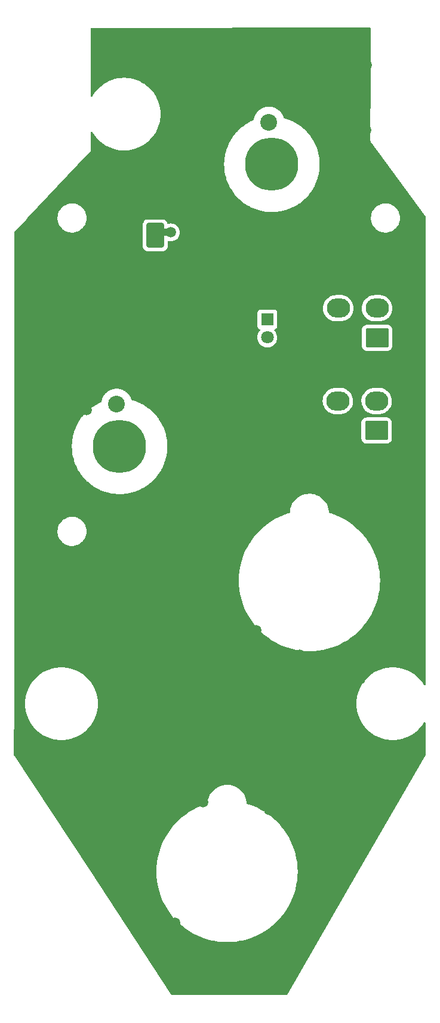
<source format=gbr>
%TF.GenerationSoftware,KiCad,Pcbnew,(6.0.9)*%
%TF.CreationDate,2023-04-01T12:32:25-08:00*%
%TF.ProjectId,EXT LT PANEL,45585420-4c54-4205-9041-4e454c2e6b69,3*%
%TF.SameCoordinates,Original*%
%TF.FileFunction,Copper,L2,Bot*%
%TF.FilePolarity,Positive*%
%FSLAX46Y46*%
G04 Gerber Fmt 4.6, Leading zero omitted, Abs format (unit mm)*
G04 Created by KiCad (PCBNEW (6.0.9)) date 2023-04-01 12:32:25*
%MOMM*%
%LPD*%
G01*
G04 APERTURE LIST*
G04 Aperture macros list*
%AMRoundRect*
0 Rectangle with rounded corners*
0 $1 Rounding radius*
0 $2 $3 $4 $5 $6 $7 $8 $9 X,Y pos of 4 corners*
0 Add a 4 corners polygon primitive as box body*
4,1,4,$2,$3,$4,$5,$6,$7,$8,$9,$2,$3,0*
0 Add four circle primitives for the rounded corners*
1,1,$1+$1,$2,$3*
1,1,$1+$1,$4,$5*
1,1,$1+$1,$6,$7*
1,1,$1+$1,$8,$9*
0 Add four rect primitives between the rounded corners*
20,1,$1+$1,$2,$3,$4,$5,0*
20,1,$1+$1,$4,$5,$6,$7,0*
20,1,$1+$1,$6,$7,$8,$9,0*
20,1,$1+$1,$8,$9,$2,$3,0*%
G04 Aperture macros list end*
%TA.AperFunction,WasherPad*%
%ADD10C,2.381250*%
%TD*%
%TA.AperFunction,WasherPad*%
%ADD11C,7.540752*%
%TD*%
%TA.AperFunction,SMDPad,CuDef*%
%ADD12RoundRect,0.250000X-1.000000X1.500000X-1.000000X-1.500000X1.000000X-1.500000X1.000000X1.500000X0*%
%TD*%
%TA.AperFunction,ComponentPad*%
%ADD13RoundRect,0.250001X1.399999X-1.099999X1.399999X1.099999X-1.399999X1.099999X-1.399999X-1.099999X0*%
%TD*%
%TA.AperFunction,ComponentPad*%
%ADD14O,3.300000X2.700000*%
%TD*%
%TA.AperFunction,ComponentPad*%
%ADD15R,1.800000X1.800000*%
%TD*%
%TA.AperFunction,ComponentPad*%
%ADD16C,1.800000*%
%TD*%
%TA.AperFunction,ViaPad*%
%ADD17C,1.500000*%
%TD*%
%TA.AperFunction,Conductor*%
%ADD18C,1.000000*%
%TD*%
G04 APERTURE END LIST*
D10*
%TO.P,2,*%
%TO.N,*%
X107067861Y-81212816D03*
D11*
X107486400Y-87198200D03*
%TD*%
D10*
%TO.P,1,*%
%TO.N,*%
X128657861Y-41207816D03*
D11*
X129076400Y-47193200D03*
%TD*%
D12*
%TO.P,C1,1*%
%TO.N,/LED+5V*%
X112527000Y-57266800D03*
%TO.P,C1,2*%
%TO.N,/LEDGND*%
X112527000Y-63766800D03*
%TD*%
D13*
%TO.P,J1,1,Pin_1*%
%TO.N,/LED+5V*%
X144003000Y-71808300D03*
D14*
%TO.P,J1,2,Pin_2*%
X144003000Y-67608300D03*
%TO.P,J1,3,Pin_3*%
%TO.N,/LEDGND*%
X138503000Y-71808300D03*
%TO.P,J1,4,Pin_4*%
%TO.N,/DATAIN*%
X138503000Y-67608300D03*
%TD*%
D13*
%TO.P,J2,1,Pin_1*%
%TO.N,/LED+5V*%
X143934000Y-84960500D03*
D14*
%TO.P,J2,2,Pin_2*%
X143934000Y-80760500D03*
%TO.P,J2,3,Pin_3*%
%TO.N,/LEDGND*%
X138434000Y-84960500D03*
%TO.P,J2,4,Pin_4*%
%TO.N,/DATAOUT*%
X138434000Y-80760500D03*
%TD*%
D15*
%TO.P,D45,1,K*%
%TO.N,Net-(D45-Pad1)*%
X128422000Y-69212500D03*
D16*
%TO.P,D45,2,A*%
%TO.N,/LED+5V*%
X128422000Y-71752500D03*
%TD*%
D17*
%TO.N,/LEDGND*%
X121291600Y-158733500D03*
X141596300Y-120243500D03*
X144987100Y-112244200D03*
X118149800Y-125357300D03*
X126867920Y-113304320D03*
X115333780Y-154767280D03*
X122488100Y-133452500D03*
X121777500Y-52966300D03*
X98548100Y-93126400D03*
X137620500Y-60782000D03*
X132995300Y-116764000D03*
X118191000Y-69687300D03*
X109789900Y-75869600D03*
X110828500Y-33221300D03*
X121329600Y-42321900D03*
X119175900Y-92022200D03*
X136820300Y-132552600D03*
X140941700Y-52896700D03*
X129340500Y-33202200D03*
X108040500Y-72661300D03*
X129054000Y-92461700D03*
X137072200Y-92251000D03*
X115680200Y-103175000D03*
X144307560Y-97993200D03*
X129583900Y-96507300D03*
X101098200Y-105787200D03*
X102763700Y-71249300D03*
X149632500Y-104331200D03*
X124672600Y-32337900D03*
X142501300Y-33099800D03*
X113050600Y-136924600D03*
X142383800Y-42309100D03*
X102769500Y-82056000D03*
X144702100Y-91325900D03*
X128724000Y-124595600D03*
X130680400Y-160711700D03*
X128718000Y-138801200D03*
X128224600Y-63841700D03*
X110631400Y-124938100D03*
X119325390Y-137651490D03*
X140180000Y-126967040D03*
X122208600Y-80592200D03*
%TO.N,/LED+5V*%
X114765800Y-56853200D03*
%TD*%
D18*
%TO.N,/LED+5V*%
X114765800Y-56853200D02*
X112940600Y-56853200D01*
X112940600Y-56853200D02*
X112527000Y-57266800D01*
%TD*%
%TA.AperFunction,Conductor*%
%TO.N,/LEDGND*%
G36*
X143043131Y-27808812D02*
G01*
X143089691Y-27862410D01*
X143101142Y-27915281D01*
X143079556Y-34930700D01*
X143052386Y-43760720D01*
X143051904Y-43771354D01*
X143048623Y-43808716D01*
X143047838Y-43817658D01*
X143049594Y-43826460D01*
X143058500Y-43871112D01*
X143059716Y-43878279D01*
X143067279Y-43932269D01*
X143070972Y-43940457D01*
X143072609Y-43946120D01*
X143074574Y-43951691D01*
X143076331Y-43960501D01*
X143080488Y-43968459D01*
X143080489Y-43968462D01*
X143101565Y-44008809D01*
X143104745Y-44015349D01*
X143127158Y-44065049D01*
X143132995Y-44071866D01*
X143132996Y-44071867D01*
X143159969Y-44103366D01*
X143165639Y-44110494D01*
X150901517Y-54591362D01*
X150925878Y-54658048D01*
X150926141Y-54666283D01*
X150875737Y-120998197D01*
X150855683Y-121066302D01*
X150801992Y-121112754D01*
X150731711Y-121122805D01*
X150667152Y-121093263D01*
X150643470Y-121065801D01*
X150446051Y-120755915D01*
X150446049Y-120755912D01*
X150444576Y-120753600D01*
X150442912Y-120751432D01*
X150442904Y-120751420D01*
X150172459Y-120398971D01*
X150170777Y-120396779D01*
X150168919Y-120394751D01*
X150168912Y-120394743D01*
X149868773Y-120067198D01*
X149866922Y-120065178D01*
X149864902Y-120063327D01*
X149537357Y-119763188D01*
X149537349Y-119763181D01*
X149535321Y-119761323D01*
X149533129Y-119759641D01*
X149180680Y-119489196D01*
X149180668Y-119489188D01*
X149178500Y-119487524D01*
X148799173Y-119245866D01*
X148400228Y-119038189D01*
X147984701Y-118866071D01*
X147711338Y-118779880D01*
X147558377Y-118731652D01*
X147558370Y-118731650D01*
X147555753Y-118730825D01*
X147471775Y-118712207D01*
X147119349Y-118634076D01*
X147119346Y-118634075D01*
X147116651Y-118633478D01*
X147113921Y-118633119D01*
X147113912Y-118633117D01*
X146893693Y-118604125D01*
X146670735Y-118574772D01*
X146401944Y-118563037D01*
X146338352Y-118560260D01*
X146338347Y-118560260D01*
X146336975Y-118560200D01*
X146105825Y-118560200D01*
X146104453Y-118560260D01*
X146104448Y-118560260D01*
X146040856Y-118563037D01*
X145772065Y-118574772D01*
X145549107Y-118604125D01*
X145328888Y-118633117D01*
X145328879Y-118633119D01*
X145326149Y-118633478D01*
X145323454Y-118634075D01*
X145323451Y-118634076D01*
X144971025Y-118712207D01*
X144887047Y-118730825D01*
X144884430Y-118731650D01*
X144884423Y-118731652D01*
X144731462Y-118779880D01*
X144458099Y-118866071D01*
X144042572Y-119038189D01*
X143643627Y-119245866D01*
X143264300Y-119487524D01*
X143262132Y-119489188D01*
X143262120Y-119489196D01*
X142909671Y-119759641D01*
X142907479Y-119761323D01*
X142905451Y-119763181D01*
X142905443Y-119763188D01*
X142577898Y-120063327D01*
X142575878Y-120065178D01*
X142574027Y-120067198D01*
X142273888Y-120394743D01*
X142273881Y-120394751D01*
X142272023Y-120396779D01*
X142270341Y-120398971D01*
X141999896Y-120751420D01*
X141999888Y-120751432D01*
X141998224Y-120753600D01*
X141756566Y-121132927D01*
X141548889Y-121531872D01*
X141376771Y-121947399D01*
X141241525Y-122376347D01*
X141144178Y-122815449D01*
X141085472Y-123261365D01*
X141065854Y-123710700D01*
X141085472Y-124160035D01*
X141144178Y-124605951D01*
X141241525Y-125045053D01*
X141376771Y-125474001D01*
X141548889Y-125889528D01*
X141756566Y-126288473D01*
X141998224Y-126667800D01*
X141999888Y-126669968D01*
X141999896Y-126669980D01*
X142270341Y-127022429D01*
X142272023Y-127024621D01*
X142273881Y-127026649D01*
X142273888Y-127026657D01*
X142574027Y-127354202D01*
X142575878Y-127356222D01*
X142577898Y-127358073D01*
X142905443Y-127658212D01*
X142905451Y-127658219D01*
X142907479Y-127660077D01*
X142909671Y-127661759D01*
X143262120Y-127932204D01*
X143262132Y-127932212D01*
X143264300Y-127933876D01*
X143643627Y-128175534D01*
X144042572Y-128383211D01*
X144458099Y-128555329D01*
X144731462Y-128641520D01*
X144884423Y-128689748D01*
X144884430Y-128689750D01*
X144887047Y-128690575D01*
X144889732Y-128691170D01*
X144889731Y-128691170D01*
X145323451Y-128787324D01*
X145323454Y-128787325D01*
X145326149Y-128787922D01*
X145328879Y-128788281D01*
X145328888Y-128788283D01*
X145549107Y-128817275D01*
X145772065Y-128846628D01*
X146040856Y-128858363D01*
X146104448Y-128861140D01*
X146104453Y-128861140D01*
X146105825Y-128861200D01*
X146336975Y-128861200D01*
X146338347Y-128861140D01*
X146338352Y-128861140D01*
X146401944Y-128858363D01*
X146670735Y-128846628D01*
X146893693Y-128817275D01*
X147113912Y-128788283D01*
X147113921Y-128788281D01*
X147116651Y-128787922D01*
X147119346Y-128787325D01*
X147119349Y-128787324D01*
X147553069Y-128691170D01*
X147553068Y-128691170D01*
X147555753Y-128690575D01*
X147558370Y-128689750D01*
X147558377Y-128689748D01*
X147711338Y-128641520D01*
X147984701Y-128555329D01*
X148400228Y-128383211D01*
X148799173Y-128175534D01*
X149178500Y-127933876D01*
X149180668Y-127932212D01*
X149180680Y-127932204D01*
X149533129Y-127661759D01*
X149535321Y-127660077D01*
X149537349Y-127658219D01*
X149537357Y-127658212D01*
X149864902Y-127358073D01*
X149866922Y-127356222D01*
X149868773Y-127354202D01*
X150168912Y-127026657D01*
X150168919Y-127026649D01*
X150170777Y-127024621D01*
X150172459Y-127022429D01*
X150442904Y-126669980D01*
X150442912Y-126669968D01*
X150444576Y-126667800D01*
X150643233Y-126355971D01*
X150696703Y-126309266D01*
X150766937Y-126298883D01*
X150831634Y-126328120D01*
X150870254Y-126387693D01*
X150875500Y-126423671D01*
X150875500Y-130944578D01*
X150858580Y-131007644D01*
X141310904Y-147521227D01*
X131213412Y-164985767D01*
X131162000Y-165034729D01*
X131104332Y-165048700D01*
X114947034Y-165048700D01*
X114878913Y-165028698D01*
X114841743Y-164991909D01*
X103359357Y-147523200D01*
X112720863Y-147523200D01*
X112740607Y-148151453D01*
X112799760Y-148777226D01*
X112898089Y-149398051D01*
X113035205Y-150011476D01*
X113210569Y-150615081D01*
X113211232Y-150616922D01*
X113211237Y-150616938D01*
X113422818Y-151204626D01*
X113423487Y-151206484D01*
X113673119Y-151783350D01*
X113958481Y-152343404D01*
X114278446Y-152884435D01*
X114631751Y-153404307D01*
X115017001Y-153900969D01*
X115432677Y-154372461D01*
X115877139Y-154816923D01*
X116348631Y-155232599D01*
X116845293Y-155617849D01*
X117365165Y-155971154D01*
X117906196Y-156291119D01*
X118466250Y-156576481D01*
X119043116Y-156826113D01*
X119044972Y-156826781D01*
X119044974Y-156826782D01*
X119632662Y-157038363D01*
X119632678Y-157038368D01*
X119634519Y-157039031D01*
X119636401Y-157039578D01*
X119636414Y-157039582D01*
X120236217Y-157213841D01*
X120238124Y-157214395D01*
X120240044Y-157214824D01*
X120240055Y-157214827D01*
X120544836Y-157282953D01*
X120851549Y-157351511D01*
X120853505Y-157351821D01*
X120853506Y-157351821D01*
X121470415Y-157449530D01*
X121470424Y-157449531D01*
X121472374Y-157449840D01*
X121474343Y-157450026D01*
X121474350Y-157450027D01*
X122096196Y-157508809D01*
X122096209Y-157508810D01*
X122098147Y-157508993D01*
X122100092Y-157509054D01*
X122100106Y-157509055D01*
X122378944Y-157517818D01*
X122566123Y-157523700D01*
X122886677Y-157523700D01*
X123073856Y-157517818D01*
X123352694Y-157509055D01*
X123352708Y-157509054D01*
X123354653Y-157508993D01*
X123356591Y-157508810D01*
X123356604Y-157508809D01*
X123978450Y-157450027D01*
X123978457Y-157450026D01*
X123980426Y-157449840D01*
X123982376Y-157449531D01*
X123982385Y-157449530D01*
X124599294Y-157351821D01*
X124599295Y-157351821D01*
X124601251Y-157351511D01*
X124907964Y-157282953D01*
X125212745Y-157214827D01*
X125212756Y-157214824D01*
X125214676Y-157214395D01*
X125216583Y-157213841D01*
X125816386Y-157039582D01*
X125816399Y-157039578D01*
X125818281Y-157039031D01*
X125820122Y-157038368D01*
X125820138Y-157038363D01*
X126407826Y-156826782D01*
X126407828Y-156826781D01*
X126409684Y-156826113D01*
X126986550Y-156576481D01*
X127546604Y-156291119D01*
X128087635Y-155971154D01*
X128607507Y-155617849D01*
X129104169Y-155232599D01*
X129575661Y-154816923D01*
X130020123Y-154372461D01*
X130435799Y-153900969D01*
X130821049Y-153404307D01*
X131174354Y-152884435D01*
X131494319Y-152343404D01*
X131779681Y-151783350D01*
X132029313Y-151206484D01*
X132029982Y-151204626D01*
X132241563Y-150616938D01*
X132241568Y-150616922D01*
X132242231Y-150615081D01*
X132417595Y-150011476D01*
X132554711Y-149398051D01*
X132653040Y-148777226D01*
X132712193Y-148151453D01*
X132731937Y-147523200D01*
X132712193Y-146894947D01*
X132653040Y-146269174D01*
X132554711Y-145648349D01*
X132417595Y-145034924D01*
X132242231Y-144431319D01*
X132241568Y-144429478D01*
X132241563Y-144429462D01*
X132029982Y-143841774D01*
X132029981Y-143841772D01*
X132029313Y-143839916D01*
X131779681Y-143263050D01*
X131494319Y-142702996D01*
X131174354Y-142161965D01*
X130821049Y-141642093D01*
X130435799Y-141145431D01*
X130020123Y-140673939D01*
X129575661Y-140229477D01*
X129104169Y-139813801D01*
X128607507Y-139428551D01*
X128087635Y-139075246D01*
X127546604Y-138755281D01*
X126986550Y-138469919D01*
X126409684Y-138220287D01*
X126407826Y-138219618D01*
X125820138Y-138008037D01*
X125820122Y-138008032D01*
X125818281Y-138007369D01*
X125598519Y-137943522D01*
X125538685Y-137905310D01*
X125509007Y-137840814D01*
X125507863Y-137829450D01*
X125499700Y-137681125D01*
X125499492Y-137677342D01*
X125440861Y-137346516D01*
X125439759Y-137342900D01*
X125439757Y-137342892D01*
X125344015Y-137028753D01*
X125344012Y-137028746D01*
X125342910Y-137025129D01*
X125207058Y-136717837D01*
X125205122Y-136714583D01*
X125205119Y-136714577D01*
X125037211Y-136432351D01*
X125037210Y-136432350D01*
X125035272Y-136429092D01*
X125019174Y-136408225D01*
X124832364Y-136166086D01*
X124830042Y-136163076D01*
X124827383Y-136160375D01*
X124827377Y-136160368D01*
X124597006Y-135926350D01*
X124597004Y-135926348D01*
X124594340Y-135923642D01*
X124331581Y-135714259D01*
X124045569Y-135537959D01*
X123740450Y-135397297D01*
X123736850Y-135396138D01*
X123736843Y-135396135D01*
X123424250Y-135295472D01*
X123424247Y-135295471D01*
X123420641Y-135294310D01*
X123416925Y-135293591D01*
X123416917Y-135293589D01*
X123094494Y-135231208D01*
X123094488Y-135231207D01*
X123090776Y-135230489D01*
X123087000Y-135230222D01*
X123086995Y-135230221D01*
X122986088Y-135223077D01*
X122825404Y-135211700D01*
X122641922Y-135211700D01*
X122640055Y-135211813D01*
X122640040Y-135211813D01*
X122394805Y-135226598D01*
X122394801Y-135226598D01*
X122391027Y-135226826D01*
X122387309Y-135227505D01*
X122387301Y-135227506D01*
X122165591Y-135267997D01*
X122060512Y-135287188D01*
X121739642Y-135386821D01*
X121433066Y-135524280D01*
X121145224Y-135697575D01*
X121142240Y-135699902D01*
X121142233Y-135699907D01*
X121120798Y-135716624D01*
X120880286Y-135904195D01*
X120642090Y-136141148D01*
X120434086Y-136405000D01*
X120432123Y-136408221D01*
X120432121Y-136408225D01*
X120281220Y-136655926D01*
X120259286Y-136691930D01*
X120257720Y-136695374D01*
X120257718Y-136695378D01*
X120121792Y-136994331D01*
X120121789Y-136994338D01*
X120120223Y-136997783D01*
X120018912Y-137318126D01*
X119956820Y-137648321D01*
X119955163Y-137673611D01*
X119944862Y-137830765D01*
X119920448Y-137897431D01*
X119863866Y-137940316D01*
X119854285Y-137943521D01*
X119636414Y-138006818D01*
X119636401Y-138006822D01*
X119634519Y-138007369D01*
X119632678Y-138008032D01*
X119632662Y-138008037D01*
X119044974Y-138219618D01*
X119043116Y-138220287D01*
X118466250Y-138469919D01*
X117906196Y-138755281D01*
X117365165Y-139075246D01*
X116845293Y-139428551D01*
X116348631Y-139813801D01*
X115877139Y-140229477D01*
X115432677Y-140673939D01*
X115017001Y-141145431D01*
X114631751Y-141642093D01*
X114278446Y-142161965D01*
X113958481Y-142702996D01*
X113673119Y-143263050D01*
X113423487Y-143839916D01*
X113422819Y-143841772D01*
X113422818Y-143841774D01*
X113211237Y-144429462D01*
X113211232Y-144429478D01*
X113210569Y-144431319D01*
X113035205Y-145034924D01*
X112898089Y-145648349D01*
X112799760Y-146269174D01*
X112740607Y-146894947D01*
X112720863Y-147523200D01*
X103359357Y-147523200D01*
X92528139Y-131045144D01*
X92507430Y-130975849D01*
X92512379Y-123710700D01*
X94075854Y-123710700D01*
X94095472Y-124160035D01*
X94154178Y-124605951D01*
X94251525Y-125045053D01*
X94386771Y-125474001D01*
X94558889Y-125889528D01*
X94766566Y-126288473D01*
X95008224Y-126667800D01*
X95009888Y-126669968D01*
X95009896Y-126669980D01*
X95280341Y-127022429D01*
X95282023Y-127024621D01*
X95283881Y-127026649D01*
X95283888Y-127026657D01*
X95584027Y-127354202D01*
X95585878Y-127356222D01*
X95587898Y-127358073D01*
X95915443Y-127658212D01*
X95915451Y-127658219D01*
X95917479Y-127660077D01*
X95919671Y-127661759D01*
X96272120Y-127932204D01*
X96272132Y-127932212D01*
X96274300Y-127933876D01*
X96653627Y-128175534D01*
X97052572Y-128383211D01*
X97468099Y-128555329D01*
X97741462Y-128641520D01*
X97894423Y-128689748D01*
X97894430Y-128689750D01*
X97897047Y-128690575D01*
X97899732Y-128691170D01*
X97899731Y-128691170D01*
X98333451Y-128787324D01*
X98333454Y-128787325D01*
X98336149Y-128787922D01*
X98338879Y-128788281D01*
X98338888Y-128788283D01*
X98559107Y-128817275D01*
X98782065Y-128846628D01*
X99050856Y-128858363D01*
X99114448Y-128861140D01*
X99114453Y-128861140D01*
X99115825Y-128861200D01*
X99346975Y-128861200D01*
X99348347Y-128861140D01*
X99348352Y-128861140D01*
X99411944Y-128858363D01*
X99680735Y-128846628D01*
X99903693Y-128817275D01*
X100123912Y-128788283D01*
X100123921Y-128788281D01*
X100126651Y-128787922D01*
X100129346Y-128787325D01*
X100129349Y-128787324D01*
X100563069Y-128691170D01*
X100563068Y-128691170D01*
X100565753Y-128690575D01*
X100568370Y-128689750D01*
X100568377Y-128689748D01*
X100721338Y-128641520D01*
X100994701Y-128555329D01*
X101410228Y-128383211D01*
X101809173Y-128175534D01*
X102188500Y-127933876D01*
X102190668Y-127932212D01*
X102190680Y-127932204D01*
X102543129Y-127661759D01*
X102545321Y-127660077D01*
X102547349Y-127658219D01*
X102547357Y-127658212D01*
X102874902Y-127358073D01*
X102876922Y-127356222D01*
X102878773Y-127354202D01*
X103178912Y-127026657D01*
X103178919Y-127026649D01*
X103180777Y-127024621D01*
X103182459Y-127022429D01*
X103452904Y-126669980D01*
X103452912Y-126669968D01*
X103454576Y-126667800D01*
X103696234Y-126288473D01*
X103903911Y-125889528D01*
X104076029Y-125474001D01*
X104211275Y-125045053D01*
X104308622Y-124605951D01*
X104367328Y-124160035D01*
X104386946Y-123710700D01*
X104367328Y-123261365D01*
X104308622Y-122815449D01*
X104211275Y-122376347D01*
X104076029Y-121947399D01*
X103903911Y-121531872D01*
X103696234Y-121132927D01*
X103454576Y-120753600D01*
X103452912Y-120751432D01*
X103452904Y-120751420D01*
X103182459Y-120398971D01*
X103180777Y-120396779D01*
X103178919Y-120394751D01*
X103178912Y-120394743D01*
X102878773Y-120067198D01*
X102876922Y-120065178D01*
X102874902Y-120063327D01*
X102547357Y-119763188D01*
X102547349Y-119763181D01*
X102545321Y-119761323D01*
X102543129Y-119759641D01*
X102190680Y-119489196D01*
X102190668Y-119489188D01*
X102188500Y-119487524D01*
X101809173Y-119245866D01*
X101410228Y-119038189D01*
X100994701Y-118866071D01*
X100721338Y-118779880D01*
X100568377Y-118731652D01*
X100568370Y-118731650D01*
X100565753Y-118730825D01*
X100481775Y-118712207D01*
X100129349Y-118634076D01*
X100129346Y-118634075D01*
X100126651Y-118633478D01*
X100123921Y-118633119D01*
X100123912Y-118633117D01*
X99903693Y-118604125D01*
X99680735Y-118574772D01*
X99411944Y-118563037D01*
X99348352Y-118560260D01*
X99348347Y-118560260D01*
X99346975Y-118560200D01*
X99115825Y-118560200D01*
X99114453Y-118560260D01*
X99114448Y-118560260D01*
X99050856Y-118563037D01*
X98782065Y-118574772D01*
X98559107Y-118604125D01*
X98338888Y-118633117D01*
X98338879Y-118633119D01*
X98336149Y-118633478D01*
X98333454Y-118634075D01*
X98333451Y-118634076D01*
X97981025Y-118712207D01*
X97897047Y-118730825D01*
X97894430Y-118731650D01*
X97894423Y-118731652D01*
X97741462Y-118779880D01*
X97468099Y-118866071D01*
X97052572Y-119038189D01*
X96653627Y-119245866D01*
X96274300Y-119487524D01*
X96272132Y-119489188D01*
X96272120Y-119489196D01*
X95919671Y-119759641D01*
X95917479Y-119761323D01*
X95915451Y-119763181D01*
X95915443Y-119763188D01*
X95587898Y-120063327D01*
X95585878Y-120065178D01*
X95584027Y-120067198D01*
X95283888Y-120394743D01*
X95283881Y-120394751D01*
X95282023Y-120396779D01*
X95280341Y-120398971D01*
X95009896Y-120751420D01*
X95009888Y-120751432D01*
X95008224Y-120753600D01*
X94766566Y-121132927D01*
X94558889Y-121531872D01*
X94386771Y-121947399D01*
X94251525Y-122376347D01*
X94154178Y-122815449D01*
X94095472Y-123261365D01*
X94075854Y-123710700D01*
X92512379Y-123710700D01*
X92524274Y-106248200D01*
X124404863Y-106248200D01*
X124424607Y-106876453D01*
X124483760Y-107502226D01*
X124582089Y-108123051D01*
X124719205Y-108736476D01*
X124894569Y-109340081D01*
X124895232Y-109341922D01*
X124895237Y-109341938D01*
X125106818Y-109929626D01*
X125107487Y-109931484D01*
X125357119Y-110508350D01*
X125642481Y-111068404D01*
X125962446Y-111609435D01*
X126315751Y-112129307D01*
X126701001Y-112625969D01*
X127116677Y-113097461D01*
X127561139Y-113541923D01*
X128032631Y-113957599D01*
X128529293Y-114342849D01*
X129049165Y-114696154D01*
X129590196Y-115016119D01*
X130150250Y-115301481D01*
X130727116Y-115551113D01*
X130728972Y-115551781D01*
X130728974Y-115551782D01*
X131316662Y-115763363D01*
X131316678Y-115763368D01*
X131318519Y-115764031D01*
X131320401Y-115764578D01*
X131320414Y-115764582D01*
X131920217Y-115938841D01*
X131922124Y-115939395D01*
X131924044Y-115939824D01*
X131924055Y-115939827D01*
X132228837Y-116007953D01*
X132535549Y-116076511D01*
X132537505Y-116076821D01*
X132537506Y-116076821D01*
X133154415Y-116174530D01*
X133154424Y-116174531D01*
X133156374Y-116174840D01*
X133158343Y-116175026D01*
X133158350Y-116175027D01*
X133780196Y-116233809D01*
X133780209Y-116233810D01*
X133782147Y-116233993D01*
X133784092Y-116234054D01*
X133784106Y-116234055D01*
X134062944Y-116242818D01*
X134250123Y-116248700D01*
X134570677Y-116248700D01*
X134757856Y-116242818D01*
X135036694Y-116234055D01*
X135036708Y-116234054D01*
X135038653Y-116233993D01*
X135040591Y-116233810D01*
X135040604Y-116233809D01*
X135662450Y-116175027D01*
X135662457Y-116175026D01*
X135664426Y-116174840D01*
X135666376Y-116174531D01*
X135666385Y-116174530D01*
X136283294Y-116076821D01*
X136283295Y-116076821D01*
X136285251Y-116076511D01*
X136591963Y-116007953D01*
X136896745Y-115939827D01*
X136896756Y-115939824D01*
X136898676Y-115939395D01*
X136900583Y-115938841D01*
X137500386Y-115764582D01*
X137500399Y-115764578D01*
X137502281Y-115764031D01*
X137504122Y-115763368D01*
X137504138Y-115763363D01*
X138091826Y-115551782D01*
X138091828Y-115551781D01*
X138093684Y-115551113D01*
X138670550Y-115301481D01*
X139230604Y-115016119D01*
X139771635Y-114696154D01*
X140291507Y-114342849D01*
X140788169Y-113957599D01*
X141259661Y-113541923D01*
X141704123Y-113097461D01*
X142119799Y-112625969D01*
X142505049Y-112129307D01*
X142858354Y-111609435D01*
X143178319Y-111068404D01*
X143463681Y-110508350D01*
X143713313Y-109931484D01*
X143713982Y-109929626D01*
X143925563Y-109341938D01*
X143925568Y-109341922D01*
X143926231Y-109340081D01*
X144101595Y-108736476D01*
X144238711Y-108123051D01*
X144337040Y-107502226D01*
X144396193Y-106876453D01*
X144415937Y-106248200D01*
X144396193Y-105619947D01*
X144337040Y-104994174D01*
X144238711Y-104373349D01*
X144101595Y-103759924D01*
X143926231Y-103156319D01*
X143925568Y-103154478D01*
X143925563Y-103154462D01*
X143713982Y-102566774D01*
X143713981Y-102566772D01*
X143713313Y-102564916D01*
X143463681Y-101988050D01*
X143178319Y-101427996D01*
X142989765Y-101109168D01*
X142859366Y-100888676D01*
X142859364Y-100888673D01*
X142858354Y-100886965D01*
X142766914Y-100752415D01*
X142506161Y-100368729D01*
X142506158Y-100368725D01*
X142505049Y-100367093D01*
X142503433Y-100365009D01*
X142121012Y-99871995D01*
X142119799Y-99870431D01*
X141704123Y-99398939D01*
X141259661Y-98954477D01*
X140788169Y-98538801D01*
X140406788Y-98242972D01*
X140293070Y-98154763D01*
X140293062Y-98154757D01*
X140291507Y-98153551D01*
X140013647Y-97964717D01*
X139773270Y-97801357D01*
X139773267Y-97801355D01*
X139771635Y-97800246D01*
X139677212Y-97744404D01*
X139232327Y-97481300D01*
X139230604Y-97480281D01*
X138670550Y-97194919D01*
X138093684Y-96945287D01*
X138091826Y-96944618D01*
X137504138Y-96733037D01*
X137504122Y-96733032D01*
X137502281Y-96732369D01*
X137282519Y-96668522D01*
X137222685Y-96630310D01*
X137193007Y-96565814D01*
X137191863Y-96554450D01*
X137183700Y-96406125D01*
X137183492Y-96402342D01*
X137124861Y-96071516D01*
X137123759Y-96067900D01*
X137123757Y-96067892D01*
X137028015Y-95753753D01*
X137028012Y-95753746D01*
X137026910Y-95750129D01*
X136891058Y-95442837D01*
X136889122Y-95439583D01*
X136889119Y-95439577D01*
X136721211Y-95157351D01*
X136721210Y-95157350D01*
X136719272Y-95154092D01*
X136703174Y-95133225D01*
X136516364Y-94891086D01*
X136514042Y-94888076D01*
X136511383Y-94885375D01*
X136511377Y-94885368D01*
X136281006Y-94651350D01*
X136281004Y-94651348D01*
X136278340Y-94648642D01*
X136015581Y-94439259D01*
X135729569Y-94262959D01*
X135424450Y-94122297D01*
X135420850Y-94121138D01*
X135420843Y-94121135D01*
X135108250Y-94020472D01*
X135108247Y-94020471D01*
X135104641Y-94019310D01*
X135100925Y-94018591D01*
X135100917Y-94018589D01*
X134778494Y-93956208D01*
X134778488Y-93956207D01*
X134774776Y-93955489D01*
X134771000Y-93955222D01*
X134770995Y-93955221D01*
X134670088Y-93948077D01*
X134509404Y-93936700D01*
X134325922Y-93936700D01*
X134324055Y-93936813D01*
X134324040Y-93936813D01*
X134078805Y-93951598D01*
X134078801Y-93951598D01*
X134075027Y-93951826D01*
X134071309Y-93952505D01*
X134071301Y-93952506D01*
X133849591Y-93992997D01*
X133744512Y-94012188D01*
X133423642Y-94111821D01*
X133117066Y-94249280D01*
X132829224Y-94422575D01*
X132826240Y-94424902D01*
X132826233Y-94424907D01*
X132804798Y-94441624D01*
X132564286Y-94629195D01*
X132326090Y-94866148D01*
X132118086Y-95130000D01*
X132116123Y-95133221D01*
X132116121Y-95133225D01*
X131965220Y-95380926D01*
X131943286Y-95416930D01*
X131941720Y-95420374D01*
X131941718Y-95420378D01*
X131805792Y-95719331D01*
X131805789Y-95719338D01*
X131804223Y-95722783D01*
X131702912Y-96043126D01*
X131640820Y-96373321D01*
X131639163Y-96398611D01*
X131628862Y-96555765D01*
X131604448Y-96622431D01*
X131547866Y-96665316D01*
X131538285Y-96668521D01*
X131320414Y-96731818D01*
X131320401Y-96731822D01*
X131318519Y-96732369D01*
X131316678Y-96733032D01*
X131316662Y-96733037D01*
X130728974Y-96944618D01*
X130727116Y-96945287D01*
X130150250Y-97194919D01*
X129590196Y-97480281D01*
X129588473Y-97481300D01*
X129143589Y-97744404D01*
X129049165Y-97800246D01*
X129047533Y-97801355D01*
X129047530Y-97801357D01*
X128807154Y-97964717D01*
X128529293Y-98153551D01*
X128527738Y-98154757D01*
X128527730Y-98154763D01*
X128414012Y-98242972D01*
X128032631Y-98538801D01*
X127561139Y-98954477D01*
X127116677Y-99398939D01*
X126701001Y-99870431D01*
X126699788Y-99871995D01*
X126317368Y-100365009D01*
X126315751Y-100367093D01*
X126314642Y-100368725D01*
X126314639Y-100368729D01*
X126053886Y-100752415D01*
X125962446Y-100886965D01*
X125961436Y-100888673D01*
X125961434Y-100888676D01*
X125831035Y-101109168D01*
X125642481Y-101427996D01*
X125357119Y-101988050D01*
X125107487Y-102564916D01*
X125106819Y-102566772D01*
X125106818Y-102566774D01*
X124895237Y-103154462D01*
X124895232Y-103154478D01*
X124894569Y-103156319D01*
X124719205Y-103759924D01*
X124582089Y-104373349D01*
X124483760Y-104994174D01*
X124424607Y-105619947D01*
X124404863Y-106248200D01*
X92524274Y-106248200D01*
X92529047Y-99241593D01*
X98673203Y-99241593D01*
X98673610Y-99248658D01*
X98689360Y-99521801D01*
X98690185Y-99526006D01*
X98690186Y-99526014D01*
X98701111Y-99581697D01*
X98743396Y-99797224D01*
X98744783Y-99801274D01*
X98744784Y-99801279D01*
X98832922Y-100058709D01*
X98834311Y-100062765D01*
X98874448Y-100142568D01*
X98912181Y-100217592D01*
X98960422Y-100313510D01*
X98962848Y-100317039D01*
X98962851Y-100317045D01*
X99071412Y-100475001D01*
X99119397Y-100544820D01*
X99308294Y-100752415D01*
X99311583Y-100755165D01*
X99520325Y-100929701D01*
X99520330Y-100929705D01*
X99523617Y-100932453D01*
X99578824Y-100967084D01*
X99757741Y-101079319D01*
X99757745Y-101079321D01*
X99761381Y-101081602D01*
X100017188Y-101197103D01*
X100021307Y-101198323D01*
X100282190Y-101275601D01*
X100282195Y-101275602D01*
X100286303Y-101276819D01*
X100290537Y-101277467D01*
X100290542Y-101277468D01*
X100534914Y-101314862D01*
X100563747Y-101319274D01*
X100706692Y-101321519D01*
X100840094Y-101323615D01*
X100840100Y-101323615D01*
X100844385Y-101323682D01*
X101123026Y-101289963D01*
X101394512Y-101218740D01*
X101398472Y-101217100D01*
X101398477Y-101217098D01*
X101538000Y-101159305D01*
X101653820Y-101111331D01*
X101704696Y-101081602D01*
X101892454Y-100971885D01*
X101892455Y-100971885D01*
X101896152Y-100969724D01*
X102117024Y-100796538D01*
X102312348Y-100594979D01*
X102314881Y-100591531D01*
X102314885Y-100591526D01*
X102475972Y-100372232D01*
X102478510Y-100368777D01*
X102560597Y-100217592D01*
X102610386Y-100125892D01*
X102610387Y-100125890D01*
X102612436Y-100122116D01*
X102711647Y-99859562D01*
X102774307Y-99585973D01*
X102782521Y-99493943D01*
X102799037Y-99308877D01*
X102799037Y-99308875D01*
X102799257Y-99306411D01*
X102799710Y-99263200D01*
X102780620Y-98983177D01*
X102775323Y-98957596D01*
X102724572Y-98712532D01*
X102723703Y-98708335D01*
X102630012Y-98443761D01*
X102619801Y-98423976D01*
X102503247Y-98198157D01*
X102503247Y-98198156D01*
X102501282Y-98194350D01*
X102490995Y-98179712D01*
X102342356Y-97968222D01*
X102339893Y-97964717D01*
X102268383Y-97887764D01*
X102151754Y-97762255D01*
X102151751Y-97762252D01*
X102148833Y-97759112D01*
X101931637Y-97581339D01*
X101692323Y-97434687D01*
X101669748Y-97424777D01*
X101439253Y-97323597D01*
X101435321Y-97321871D01*
X101415919Y-97316344D01*
X101169514Y-97246154D01*
X101169515Y-97246154D01*
X101165386Y-97244978D01*
X100959617Y-97215693D01*
X100891765Y-97206036D01*
X100891763Y-97206036D01*
X100887513Y-97205431D01*
X100883224Y-97205409D01*
X100883217Y-97205408D01*
X100611130Y-97203983D01*
X100611123Y-97203983D01*
X100606844Y-97203961D01*
X100602599Y-97204520D01*
X100602597Y-97204520D01*
X100539213Y-97212865D01*
X100328572Y-97240597D01*
X100057846Y-97314659D01*
X99799677Y-97424777D01*
X99654121Y-97511891D01*
X99562523Y-97566711D01*
X99562519Y-97566714D01*
X99558841Y-97568915D01*
X99339795Y-97744404D01*
X99336851Y-97747506D01*
X99336847Y-97747510D01*
X99285748Y-97801357D01*
X99146592Y-97947997D01*
X98982808Y-98175927D01*
X98851473Y-98423976D01*
X98850001Y-98427999D01*
X98849999Y-98428003D01*
X98842754Y-98447802D01*
X98755016Y-98687555D01*
X98754103Y-98691741D01*
X98754103Y-98691742D01*
X98696512Y-98955884D01*
X98695225Y-98961785D01*
X98673203Y-99241593D01*
X92529047Y-99241593D01*
X92537202Y-87269155D01*
X100710924Y-87269155D01*
X100711037Y-87271506D01*
X100711037Y-87271512D01*
X100725695Y-87576676D01*
X100725725Y-87577335D01*
X100727880Y-87627701D01*
X100732753Y-87741586D01*
X100733028Y-87743912D01*
X100733030Y-87743933D01*
X100733689Y-87749502D01*
X100734417Y-87758260D01*
X100735316Y-87776972D01*
X100735607Y-87779324D01*
X100773092Y-88082432D01*
X100773172Y-88083087D01*
X100784478Y-88178610D01*
X100792506Y-88246436D01*
X100794034Y-88254264D01*
X100795414Y-88262929D01*
X100797715Y-88281531D01*
X100798177Y-88283833D01*
X100798179Y-88283845D01*
X100858317Y-88583443D01*
X100858445Y-88584090D01*
X100889943Y-88745385D01*
X100890566Y-88747654D01*
X100892055Y-88753079D01*
X100894084Y-88761630D01*
X100897769Y-88779990D01*
X100898407Y-88782266D01*
X100980858Y-89076582D01*
X100981029Y-89077200D01*
X101024518Y-89235624D01*
X101025315Y-89237856D01*
X101025320Y-89237872D01*
X101027193Y-89243119D01*
X101029857Y-89251490D01*
X101034274Y-89267256D01*
X101034280Y-89267274D01*
X101034916Y-89269545D01*
X101137138Y-89551161D01*
X101139976Y-89558980D01*
X101140182Y-89559553D01*
X101195470Y-89714392D01*
X101196423Y-89716538D01*
X101196434Y-89716565D01*
X101198705Y-89721676D01*
X101201994Y-89729837D01*
X101208383Y-89747438D01*
X101209356Y-89749598D01*
X101334864Y-90028217D01*
X101335133Y-90028819D01*
X101401839Y-90178996D01*
X101402951Y-90181065D01*
X101402960Y-90181084D01*
X101405613Y-90186021D01*
X101409498Y-90193898D01*
X101417193Y-90210980D01*
X101418322Y-90213055D01*
X101564328Y-90481406D01*
X101564595Y-90481898D01*
X101642463Y-90626818D01*
X101643738Y-90628815D01*
X101646748Y-90633531D01*
X101651215Y-90641101D01*
X101659030Y-90655464D01*
X101659042Y-90655485D01*
X101660172Y-90657561D01*
X101661449Y-90659538D01*
X101661461Y-90659559D01*
X101827294Y-90916389D01*
X101827650Y-90916944D01*
X101915986Y-91055337D01*
X101917393Y-91057214D01*
X101920759Y-91061705D01*
X101925789Y-91068930D01*
X101934657Y-91082666D01*
X101934670Y-91082684D01*
X101935950Y-91084667D01*
X101937385Y-91086561D01*
X102121938Y-91330142D01*
X102122335Y-91330669D01*
X102179369Y-91406769D01*
X102220869Y-91462143D01*
X102226111Y-91468141D01*
X102231652Y-91474946D01*
X102242976Y-91489893D01*
X102244531Y-91491654D01*
X102244537Y-91491661D01*
X102446748Y-91720620D01*
X102447184Y-91721116D01*
X102510049Y-91793052D01*
X102555396Y-91844943D01*
X102557071Y-91846592D01*
X102557072Y-91846593D01*
X102561084Y-91850543D01*
X102567125Y-91856921D01*
X102579522Y-91870957D01*
X102800194Y-92085927D01*
X102800562Y-92086288D01*
X102915983Y-92199911D01*
X102916004Y-92199930D01*
X102917683Y-92201583D01*
X102919484Y-92203108D01*
X102919502Y-92203124D01*
X102923746Y-92206716D01*
X102930257Y-92212629D01*
X102943691Y-92225716D01*
X102945513Y-92227243D01*
X102945514Y-92227243D01*
X103179762Y-92423452D01*
X103180267Y-92423877D01*
X103305691Y-92530056D01*
X103307597Y-92531438D01*
X103312143Y-92534735D01*
X103319074Y-92540141D01*
X103333435Y-92552170D01*
X103335358Y-92553550D01*
X103335377Y-92553564D01*
X103583706Y-92731679D01*
X103584241Y-92732064D01*
X103626930Y-92763022D01*
X103717235Y-92828512D01*
X103724015Y-92832692D01*
X103731308Y-92837545D01*
X103746559Y-92848484D01*
X103748571Y-92849710D01*
X103748582Y-92849717D01*
X104009488Y-93008662D01*
X104010051Y-93009007D01*
X104090730Y-93058738D01*
X104149998Y-93095271D01*
X104152079Y-93096348D01*
X104152087Y-93096352D01*
X104157086Y-93098938D01*
X104164736Y-93103240D01*
X104178714Y-93111755D01*
X104178721Y-93111759D01*
X104180737Y-93112987D01*
X104240450Y-93143478D01*
X104454905Y-93252985D01*
X104455491Y-93253286D01*
X104540344Y-93297175D01*
X104601544Y-93328830D01*
X104603715Y-93329754D01*
X104603737Y-93329764D01*
X104608866Y-93331946D01*
X104616839Y-93335671D01*
X104633525Y-93344192D01*
X104694462Y-93369745D01*
X104917456Y-93463255D01*
X104918063Y-93463511D01*
X104961040Y-93481797D01*
X105069332Y-93527876D01*
X105071563Y-93528633D01*
X105071570Y-93528636D01*
X105074886Y-93529761D01*
X105076875Y-93530437D01*
X105085083Y-93533546D01*
X105102374Y-93540797D01*
X105394587Y-93638286D01*
X105395029Y-93638435D01*
X105550726Y-93691288D01*
X105553004Y-93691875D01*
X105553031Y-93691883D01*
X105558446Y-93693278D01*
X105566885Y-93695769D01*
X105584645Y-93701695D01*
X105797175Y-93755276D01*
X105883181Y-93776959D01*
X105883820Y-93777122D01*
X106040728Y-93817555D01*
X106040737Y-93817557D01*
X106043019Y-93818145D01*
X106050899Y-93819556D01*
X106059430Y-93821393D01*
X106077622Y-93825979D01*
X106079934Y-93826380D01*
X106079946Y-93826383D01*
X106381068Y-93878667D01*
X106381717Y-93878782D01*
X106433985Y-93888139D01*
X106543437Y-93907734D01*
X106545785Y-93907975D01*
X106545795Y-93907976D01*
X106551350Y-93908545D01*
X106560069Y-93909747D01*
X106576194Y-93912547D01*
X106576209Y-93912549D01*
X106578530Y-93912952D01*
X106580884Y-93913181D01*
X106580886Y-93913181D01*
X106622959Y-93917269D01*
X106885107Y-93942741D01*
X106885433Y-93942773D01*
X107049163Y-93959549D01*
X107058476Y-93959850D01*
X107066547Y-93960371D01*
X107084549Y-93962121D01*
X107086902Y-93962172D01*
X107086913Y-93962173D01*
X107179024Y-93964182D01*
X107220308Y-93965083D01*
X107221555Y-93965117D01*
X107253778Y-93966158D01*
X107331466Y-93968668D01*
X107331495Y-93968668D01*
X107332471Y-93968700D01*
X107384679Y-93968700D01*
X107387428Y-93968730D01*
X107592830Y-93973212D01*
X107816505Y-93961294D01*
X107818474Y-93961205D01*
X107840641Y-93960373D01*
X107992053Y-93954689D01*
X107992061Y-93954688D01*
X107994416Y-93954600D01*
X107996749Y-93954336D01*
X107996779Y-93954334D01*
X108037325Y-93949750D01*
X108044734Y-93949133D01*
X108100513Y-93946161D01*
X108322684Y-93917503D01*
X108324594Y-93917272D01*
X108499573Y-93897491D01*
X108501904Y-93897048D01*
X108501907Y-93897048D01*
X108541982Y-93889440D01*
X108549363Y-93888264D01*
X108572311Y-93885304D01*
X108604737Y-93881121D01*
X108824030Y-93835907D01*
X108825972Y-93835522D01*
X108996710Y-93803107D01*
X108996722Y-93803104D01*
X108999025Y-93802667D01*
X109040736Y-93791451D01*
X109047957Y-93789738D01*
X109102666Y-93778458D01*
X109242753Y-93738421D01*
X109317977Y-93716922D01*
X109319885Y-93716393D01*
X109487683Y-93671275D01*
X109487688Y-93671273D01*
X109489962Y-93670662D01*
X109492187Y-93669881D01*
X109492202Y-93669876D01*
X109530705Y-93656355D01*
X109537830Y-93654088D01*
X109589223Y-93639400D01*
X109589232Y-93639397D01*
X109591496Y-93638750D01*
X109593699Y-93637937D01*
X109593706Y-93637935D01*
X109801607Y-93561236D01*
X109803469Y-93560566D01*
X109812342Y-93557450D01*
X109969619Y-93502218D01*
X110009163Y-93484901D01*
X110016089Y-93482110D01*
X110035862Y-93474815D01*
X110068475Y-93462783D01*
X110272190Y-93369731D01*
X110273932Y-93368951D01*
X110435296Y-93298285D01*
X110473433Y-93278050D01*
X110480129Y-93274748D01*
X110530917Y-93251549D01*
X110654675Y-93183372D01*
X110727092Y-93143478D01*
X110728832Y-93142537D01*
X110884372Y-93060009D01*
X110920870Y-93036980D01*
X110927306Y-93033181D01*
X110976220Y-93006235D01*
X111163750Y-92883752D01*
X111165324Y-92882741D01*
X111314318Y-92788733D01*
X111316219Y-92787324D01*
X111316226Y-92787319D01*
X111349003Y-92763022D01*
X111355136Y-92758751D01*
X111401875Y-92728224D01*
X111579652Y-92592057D01*
X111581233Y-92590865D01*
X111720823Y-92487386D01*
X111720826Y-92487384D01*
X111722714Y-92485984D01*
X111755373Y-92457744D01*
X111761151Y-92453041D01*
X111765225Y-92449920D01*
X111805488Y-92419081D01*
X111821118Y-92405131D01*
X111972541Y-92269981D01*
X111974028Y-92268675D01*
X112105455Y-92155029D01*
X112105460Y-92155024D01*
X112107261Y-92153467D01*
X112137710Y-92122859D01*
X112143135Y-92117720D01*
X112183016Y-92082124D01*
X112183017Y-92082123D01*
X112184785Y-92080545D01*
X112271006Y-91991105D01*
X112340188Y-91919340D01*
X112341572Y-91917926D01*
X112464135Y-91794719D01*
X112464139Y-91794715D01*
X112465793Y-91793052D01*
X112493853Y-91760256D01*
X112498880Y-91754722D01*
X112535984Y-91716233D01*
X112535990Y-91716227D01*
X112537632Y-91714523D01*
X112680556Y-91542064D01*
X112681831Y-91540550D01*
X112794765Y-91408555D01*
X112794766Y-91408554D01*
X112796293Y-91406769D01*
X112797680Y-91404877D01*
X112797689Y-91404866D01*
X112821808Y-91371972D01*
X112826404Y-91366078D01*
X112860545Y-91324882D01*
X112860552Y-91324873D01*
X112862042Y-91323075D01*
X112991647Y-91140365D01*
X112992786Y-91138787D01*
X113095491Y-90998716D01*
X113095494Y-90998711D01*
X113096900Y-90996794D01*
X113119751Y-90960154D01*
X113123877Y-90953955D01*
X113154829Y-90910321D01*
X113154830Y-90910319D01*
X113156188Y-90908405D01*
X113271728Y-90716494D01*
X113272673Y-90714952D01*
X113365921Y-90565433D01*
X113367016Y-90563343D01*
X113367028Y-90563322D01*
X113385951Y-90527203D01*
X113389614Y-90520688D01*
X113417191Y-90474882D01*
X113417197Y-90474871D01*
X113418415Y-90472848D01*
X113519209Y-90272875D01*
X113520101Y-90271138D01*
X113569510Y-90176829D01*
X113601841Y-90115116D01*
X113602770Y-90112964D01*
X113602781Y-90112941D01*
X113618953Y-90075480D01*
X113622110Y-90068724D01*
X113647246Y-90018855D01*
X113732788Y-89811829D01*
X113733521Y-89810093D01*
X113803334Y-89648377D01*
X113817422Y-89607578D01*
X113820071Y-89600586D01*
X113840493Y-89551161D01*
X113841393Y-89548983D01*
X113911160Y-89336159D01*
X113911792Y-89334283D01*
X113968494Y-89170076D01*
X113968497Y-89170067D01*
X113969264Y-89167845D01*
X113969861Y-89165578D01*
X113969866Y-89165561D01*
X113980253Y-89126104D01*
X113982371Y-89118931D01*
X113999023Y-89068137D01*
X113999029Y-89068116D01*
X113999763Y-89065877D01*
X114053370Y-88848447D01*
X114053859Y-88846529D01*
X114098095Y-88678510D01*
X114098096Y-88678507D01*
X114098697Y-88676223D01*
X114106524Y-88633785D01*
X114108097Y-88626476D01*
X114120899Y-88574551D01*
X114121465Y-88572256D01*
X114158632Y-88351337D01*
X114158958Y-88349492D01*
X114190904Y-88176281D01*
X114195527Y-88133375D01*
X114196548Y-88125968D01*
X114205420Y-88073234D01*
X114205813Y-88070899D01*
X114226304Y-87847902D01*
X114226500Y-87845934D01*
X114245112Y-87673198D01*
X114245367Y-87670833D01*
X114246761Y-87627690D01*
X114247223Y-87620238D01*
X114252333Y-87564630D01*
X114262248Y-87198200D01*
X114261545Y-87179473D01*
X114261522Y-87170679D01*
X114261703Y-87165083D01*
X114261703Y-87165078D01*
X114261779Y-87162724D01*
X114254746Y-86998368D01*
X114254724Y-86997800D01*
X114243264Y-86692519D01*
X114243263Y-86692511D01*
X114243175Y-86690156D01*
X114241070Y-86671536D01*
X114240387Y-86662765D01*
X114240148Y-86657186D01*
X114240047Y-86654814D01*
X114229018Y-86561631D01*
X114220717Y-86491491D01*
X114220642Y-86490837D01*
X114186329Y-86187324D01*
X114186063Y-86184971D01*
X114185624Y-86182656D01*
X114185620Y-86182633D01*
X114182567Y-86166554D01*
X114181228Y-86157857D01*
X114180572Y-86152311D01*
X114180571Y-86152304D01*
X114180294Y-86149964D01*
X114172665Y-86110900D01*
X141775500Y-86110900D01*
X141775837Y-86114146D01*
X141775837Y-86114150D01*
X141783430Y-86187324D01*
X141786474Y-86216665D01*
X141788655Y-86223201D01*
X141788655Y-86223203D01*
X141791725Y-86232404D01*
X141842450Y-86384445D01*
X141935522Y-86534848D01*
X142060697Y-86659805D01*
X142066927Y-86663645D01*
X142066928Y-86663646D01*
X142204090Y-86748194D01*
X142211262Y-86752615D01*
X142291005Y-86779064D01*
X142372611Y-86806132D01*
X142372613Y-86806132D01*
X142379139Y-86808297D01*
X142385975Y-86808997D01*
X142385978Y-86808998D01*
X142429031Y-86813409D01*
X142483600Y-86819000D01*
X145384400Y-86819000D01*
X145387646Y-86818663D01*
X145387650Y-86818663D01*
X145483307Y-86808738D01*
X145483311Y-86808737D01*
X145490165Y-86808026D01*
X145496701Y-86805845D01*
X145496703Y-86805845D01*
X145628805Y-86761772D01*
X145657945Y-86752050D01*
X145808348Y-86658978D01*
X145933305Y-86533803D01*
X145959387Y-86491491D01*
X146022275Y-86389468D01*
X146022276Y-86389466D01*
X146026115Y-86383238D01*
X146067807Y-86257541D01*
X146079632Y-86221889D01*
X146079632Y-86221887D01*
X146081797Y-86215361D01*
X146092500Y-86110900D01*
X146092500Y-83810100D01*
X146081526Y-83704335D01*
X146077127Y-83691148D01*
X146027868Y-83543503D01*
X146025550Y-83536555D01*
X145932478Y-83386152D01*
X145807303Y-83261195D01*
X145723520Y-83209550D01*
X145662968Y-83172225D01*
X145662966Y-83172224D01*
X145656738Y-83168385D01*
X145496254Y-83115155D01*
X145495389Y-83114868D01*
X145495387Y-83114868D01*
X145488861Y-83112703D01*
X145482025Y-83112003D01*
X145482022Y-83112002D01*
X145438969Y-83107591D01*
X145384400Y-83102000D01*
X142483600Y-83102000D01*
X142480354Y-83102337D01*
X142480350Y-83102337D01*
X142384693Y-83112262D01*
X142384689Y-83112263D01*
X142377835Y-83112974D01*
X142371299Y-83115155D01*
X142371297Y-83115155D01*
X142239195Y-83159228D01*
X142210055Y-83168950D01*
X142059652Y-83262022D01*
X141934695Y-83387197D01*
X141930855Y-83393427D01*
X141930854Y-83393428D01*
X141910214Y-83426913D01*
X141841885Y-83537762D01*
X141786203Y-83705639D01*
X141775500Y-83810100D01*
X141775500Y-86110900D01*
X114172665Y-86110900D01*
X114148809Y-85988739D01*
X114148684Y-85988091D01*
X114091674Y-85687806D01*
X114091671Y-85687794D01*
X114091234Y-85685491D01*
X114086367Y-85667389D01*
X114084383Y-85658827D01*
X114083311Y-85653337D01*
X114083308Y-85653325D01*
X114082857Y-85651015D01*
X114039333Y-85492463D01*
X114039160Y-85491826D01*
X113959836Y-85196814D01*
X113959836Y-85196812D01*
X113959221Y-85194527D01*
X113953008Y-85176836D01*
X113950390Y-85168454D01*
X113948907Y-85163053D01*
X113948282Y-85160776D01*
X113893012Y-85005987D01*
X113892830Y-85005475D01*
X113791550Y-84717070D01*
X113790768Y-84714843D01*
X113789820Y-84712679D01*
X113789814Y-84712663D01*
X113783249Y-84697671D01*
X113780006Y-84689501D01*
X113778130Y-84684248D01*
X113778128Y-84684244D01*
X113777330Y-84682008D01*
X113710597Y-84531769D01*
X113710331Y-84531166D01*
X113587770Y-84251302D01*
X113587768Y-84251298D01*
X113586823Y-84249140D01*
X113578047Y-84232599D01*
X113574202Y-84224698D01*
X113571930Y-84219583D01*
X113571918Y-84219558D01*
X113570961Y-84217404D01*
X113493094Y-84072487D01*
X113492818Y-84071970D01*
X113380139Y-83859603D01*
X113348535Y-83800039D01*
X113338518Y-83784163D01*
X113334100Y-83776586D01*
X113331451Y-83771655D01*
X113331449Y-83771652D01*
X113330337Y-83769582D01*
X113293888Y-83712478D01*
X113241957Y-83631118D01*
X113241603Y-83630562D01*
X113217364Y-83592146D01*
X113077244Y-83370069D01*
X113075836Y-83368169D01*
X113075828Y-83368158D01*
X113066085Y-83355016D01*
X113061097Y-83347773D01*
X113058091Y-83343063D01*
X113058086Y-83343056D01*
X113056814Y-83341063D01*
X113000936Y-83266504D01*
X112958251Y-83209550D01*
X112957857Y-83209021D01*
X112931010Y-83172806D01*
X112774478Y-82961651D01*
X112772939Y-82959871D01*
X112772918Y-82959845D01*
X112762227Y-82947482D01*
X112756712Y-82940636D01*
X112753352Y-82936152D01*
X112753341Y-82936138D01*
X112751931Y-82934257D01*
X112643695Y-82810402D01*
X112643262Y-82809904D01*
X112441942Y-82577083D01*
X112440282Y-82575431D01*
X112440272Y-82575421D01*
X112428654Y-82563864D01*
X112422643Y-82557452D01*
X112418961Y-82553239D01*
X112417404Y-82551457D01*
X112415728Y-82549807D01*
X112415710Y-82549788D01*
X112300231Y-82436109D01*
X112299762Y-82435645D01*
X112083178Y-82220192D01*
X112083174Y-82220188D01*
X112081507Y-82218530D01*
X112079724Y-82217005D01*
X112079716Y-82216997D01*
X112067264Y-82206343D01*
X112060792Y-82200403D01*
X112056793Y-82196466D01*
X112056783Y-82196457D01*
X112055117Y-82194817D01*
X112005590Y-82152889D01*
X111929883Y-82088799D01*
X111929380Y-82088372D01*
X111727484Y-81915631D01*
X111695203Y-81888012D01*
X111680067Y-81876914D01*
X111673204Y-81871504D01*
X111667109Y-81866344D01*
X111534068Y-81769861D01*
X111533557Y-81769488D01*
X111287105Y-81588782D01*
X111287103Y-81588780D01*
X111285205Y-81587389D01*
X111283210Y-81586145D01*
X111283197Y-81586136D01*
X111269295Y-81577466D01*
X111262016Y-81572566D01*
X111255565Y-81567888D01*
X111177751Y-81519922D01*
X111115573Y-81481595D01*
X111115013Y-81481247D01*
X111098450Y-81470918D01*
X110853820Y-81318353D01*
X110837224Y-81309659D01*
X110829588Y-81305312D01*
X110824820Y-81302373D01*
X110824821Y-81302373D01*
X110822802Y-81301129D01*
X110820167Y-81299766D01*
X110676981Y-81225704D01*
X110676395Y-81225400D01*
X110405570Y-81083515D01*
X110403478Y-81082419D01*
X110386263Y-81074987D01*
X110378326Y-81071227D01*
X110371256Y-81067570D01*
X110287393Y-81031886D01*
X110220092Y-81003249D01*
X110219485Y-81002989D01*
X109938881Y-80881852D01*
X109936713Y-80880916D01*
X109918990Y-80874797D01*
X109910805Y-80871646D01*
X109903468Y-80868524D01*
X109747714Y-80815652D01*
X109747342Y-80815525D01*
X109710424Y-80802777D01*
X136271009Y-80802777D01*
X136296625Y-81071269D01*
X136297710Y-81075703D01*
X136297711Y-81075709D01*
X136342572Y-81259040D01*
X136360731Y-81333250D01*
X136461985Y-81583233D01*
X136598265Y-81815982D01*
X136680251Y-81918500D01*
X136718686Y-81966560D01*
X136766716Y-82026619D01*
X136963809Y-82210734D01*
X137185416Y-82364468D01*
X137189499Y-82366499D01*
X137189502Y-82366501D01*
X137305013Y-82423966D01*
X137426894Y-82484601D01*
X137431228Y-82486022D01*
X137431231Y-82486023D01*
X137678853Y-82567198D01*
X137678859Y-82567199D01*
X137683186Y-82568618D01*
X137687677Y-82569398D01*
X137687678Y-82569398D01*
X137945140Y-82614101D01*
X137945148Y-82614102D01*
X137948921Y-82614757D01*
X137952758Y-82614948D01*
X138032578Y-82618922D01*
X138032586Y-82618922D01*
X138034149Y-82619000D01*
X138802512Y-82619000D01*
X138804780Y-82618835D01*
X138804792Y-82618835D01*
X138935884Y-82609323D01*
X139003004Y-82604453D01*
X139007459Y-82603469D01*
X139007462Y-82603469D01*
X139261912Y-82547291D01*
X139261916Y-82547290D01*
X139266372Y-82546306D01*
X139424486Y-82486402D01*
X139514318Y-82452368D01*
X139514321Y-82452367D01*
X139518588Y-82450750D01*
X139754368Y-82319786D01*
X139903014Y-82206343D01*
X139965141Y-82158929D01*
X139965142Y-82158928D01*
X139968773Y-82156157D01*
X140157312Y-81963292D01*
X140316034Y-81745230D01*
X140383297Y-81617384D01*
X140439490Y-81510579D01*
X140439493Y-81510573D01*
X140441615Y-81506539D01*
X140495505Y-81353938D01*
X140529902Y-81256533D01*
X140529902Y-81256532D01*
X140531425Y-81252220D01*
X140561984Y-81097173D01*
X140582700Y-80992072D01*
X140582701Y-80992066D01*
X140583581Y-80987600D01*
X140585689Y-80945262D01*
X140592782Y-80802777D01*
X141771009Y-80802777D01*
X141796625Y-81071269D01*
X141797710Y-81075703D01*
X141797711Y-81075709D01*
X141842572Y-81259040D01*
X141860731Y-81333250D01*
X141961985Y-81583233D01*
X142098265Y-81815982D01*
X142180251Y-81918500D01*
X142218686Y-81966560D01*
X142266716Y-82026619D01*
X142463809Y-82210734D01*
X142685416Y-82364468D01*
X142689499Y-82366499D01*
X142689502Y-82366501D01*
X142805013Y-82423966D01*
X142926894Y-82484601D01*
X142931228Y-82486022D01*
X142931231Y-82486023D01*
X143178853Y-82567198D01*
X143178859Y-82567199D01*
X143183186Y-82568618D01*
X143187677Y-82569398D01*
X143187678Y-82569398D01*
X143445140Y-82614101D01*
X143445148Y-82614102D01*
X143448921Y-82614757D01*
X143452758Y-82614948D01*
X143532578Y-82618922D01*
X143532586Y-82618922D01*
X143534149Y-82619000D01*
X144302512Y-82619000D01*
X144304780Y-82618835D01*
X144304792Y-82618835D01*
X144435884Y-82609323D01*
X144503004Y-82604453D01*
X144507459Y-82603469D01*
X144507462Y-82603469D01*
X144761912Y-82547291D01*
X144761916Y-82547290D01*
X144766372Y-82546306D01*
X144924486Y-82486402D01*
X145014318Y-82452368D01*
X145014321Y-82452367D01*
X145018588Y-82450750D01*
X145254368Y-82319786D01*
X145403014Y-82206343D01*
X145465141Y-82158929D01*
X145465142Y-82158928D01*
X145468773Y-82156157D01*
X145657312Y-81963292D01*
X145816034Y-81745230D01*
X145883297Y-81617384D01*
X145939490Y-81510579D01*
X145939493Y-81510573D01*
X145941615Y-81506539D01*
X145995505Y-81353938D01*
X146029902Y-81256533D01*
X146029902Y-81256532D01*
X146031425Y-81252220D01*
X146061984Y-81097173D01*
X146082700Y-80992072D01*
X146082701Y-80992066D01*
X146083581Y-80987600D01*
X146085689Y-80945262D01*
X146096764Y-80722792D01*
X146096764Y-80722786D01*
X146096991Y-80718223D01*
X146071375Y-80449731D01*
X146061192Y-80408113D01*
X146008355Y-80192188D01*
X146007269Y-80187750D01*
X145906015Y-79937767D01*
X145769735Y-79705018D01*
X145651928Y-79557708D01*
X145604136Y-79497947D01*
X145604135Y-79497945D01*
X145601284Y-79494381D01*
X145404191Y-79310266D01*
X145182584Y-79156532D01*
X145178501Y-79154501D01*
X145178498Y-79154499D01*
X145013606Y-79072467D01*
X144941106Y-79036399D01*
X144936772Y-79034978D01*
X144936769Y-79034977D01*
X144689147Y-78953802D01*
X144689141Y-78953801D01*
X144684814Y-78952382D01*
X144680322Y-78951602D01*
X144422860Y-78906899D01*
X144422852Y-78906898D01*
X144419079Y-78906243D01*
X144407817Y-78905682D01*
X144335422Y-78902078D01*
X144335414Y-78902078D01*
X144333851Y-78902000D01*
X143565488Y-78902000D01*
X143563220Y-78902165D01*
X143563208Y-78902165D01*
X143432116Y-78911677D01*
X143364996Y-78916547D01*
X143360541Y-78917531D01*
X143360538Y-78917531D01*
X143106088Y-78973709D01*
X143106084Y-78973710D01*
X143101628Y-78974694D01*
X142979656Y-79020905D01*
X142853682Y-79068632D01*
X142853679Y-79068633D01*
X142849412Y-79070250D01*
X142796736Y-79099509D01*
X142646820Y-79182780D01*
X142613632Y-79201214D01*
X142571783Y-79233152D01*
X142419625Y-79349276D01*
X142399227Y-79364843D01*
X142396034Y-79368109D01*
X142396032Y-79368111D01*
X142357852Y-79407167D01*
X142210688Y-79557708D01*
X142051966Y-79775770D01*
X142049844Y-79779804D01*
X141928510Y-80010421D01*
X141928507Y-80010427D01*
X141926385Y-80014461D01*
X141924865Y-80018766D01*
X141924863Y-80018770D01*
X141844360Y-80246735D01*
X141836575Y-80268780D01*
X141826574Y-80319523D01*
X141785634Y-80527236D01*
X141784419Y-80533400D01*
X141784192Y-80537953D01*
X141784192Y-80537956D01*
X141773322Y-80756321D01*
X141771009Y-80802777D01*
X140592782Y-80802777D01*
X140596764Y-80722792D01*
X140596764Y-80722786D01*
X140596991Y-80718223D01*
X140571375Y-80449731D01*
X140561192Y-80408113D01*
X140508355Y-80192188D01*
X140507269Y-80187750D01*
X140406015Y-79937767D01*
X140269735Y-79705018D01*
X140151928Y-79557708D01*
X140104136Y-79497947D01*
X140104135Y-79497945D01*
X140101284Y-79494381D01*
X139904191Y-79310266D01*
X139682584Y-79156532D01*
X139678501Y-79154501D01*
X139678498Y-79154499D01*
X139513606Y-79072467D01*
X139441106Y-79036399D01*
X139436772Y-79034978D01*
X139436769Y-79034977D01*
X139189147Y-78953802D01*
X139189141Y-78953801D01*
X139184814Y-78952382D01*
X139180322Y-78951602D01*
X138922860Y-78906899D01*
X138922852Y-78906898D01*
X138919079Y-78906243D01*
X138907817Y-78905682D01*
X138835422Y-78902078D01*
X138835414Y-78902078D01*
X138833851Y-78902000D01*
X138065488Y-78902000D01*
X138063220Y-78902165D01*
X138063208Y-78902165D01*
X137932116Y-78911677D01*
X137864996Y-78916547D01*
X137860541Y-78917531D01*
X137860538Y-78917531D01*
X137606088Y-78973709D01*
X137606084Y-78973710D01*
X137601628Y-78974694D01*
X137479656Y-79020905D01*
X137353682Y-79068632D01*
X137353679Y-79068633D01*
X137349412Y-79070250D01*
X137296736Y-79099509D01*
X137146820Y-79182780D01*
X137113632Y-79201214D01*
X137071783Y-79233152D01*
X136919625Y-79349276D01*
X136899227Y-79364843D01*
X136896034Y-79368109D01*
X136896032Y-79368111D01*
X136857852Y-79407167D01*
X136710688Y-79557708D01*
X136551966Y-79775770D01*
X136549844Y-79779804D01*
X136428510Y-80010421D01*
X136428507Y-80010427D01*
X136426385Y-80014461D01*
X136424865Y-80018766D01*
X136424863Y-80018770D01*
X136344360Y-80246735D01*
X136336575Y-80268780D01*
X136326574Y-80319523D01*
X136285634Y-80527236D01*
X136284419Y-80533400D01*
X136284192Y-80537953D01*
X136284192Y-80537956D01*
X136273322Y-80756321D01*
X136271009Y-80802777D01*
X109710424Y-80802777D01*
X109456154Y-80714977D01*
X109438023Y-80710204D01*
X109429630Y-80707677D01*
X109422074Y-80705112D01*
X109357558Y-80688487D01*
X109262919Y-80664100D01*
X109262277Y-80663933D01*
X109255813Y-80662231D01*
X109195031Y-80625543D01*
X109169124Y-80582445D01*
X109158852Y-80553439D01*
X109156090Y-80544626D01*
X109142483Y-80494885D01*
X109142479Y-80494875D01*
X109141351Y-80490750D01*
X109115229Y-80429509D01*
X109112355Y-80422138D01*
X109084906Y-80344623D01*
X109083475Y-80340582D01*
X109070650Y-80315734D01*
X109050014Y-80275751D01*
X109046083Y-80267397D01*
X109025857Y-80219979D01*
X109024171Y-80216026D01*
X108989983Y-80158902D01*
X108986133Y-80151986D01*
X108948415Y-80078909D01*
X108948415Y-80078908D01*
X108946450Y-80075102D01*
X108943990Y-80071601D01*
X108943981Y-80071587D01*
X108904501Y-80015414D01*
X108899481Y-80007684D01*
X108870791Y-79959747D01*
X108829158Y-79907780D01*
X108824422Y-79901472D01*
X108777133Y-79834186D01*
X108777127Y-79834179D01*
X108774664Y-79830674D01*
X108724998Y-79777227D01*
X108718973Y-79770248D01*
X108684049Y-79726655D01*
X108663216Y-79706885D01*
X108635756Y-79680826D01*
X108630189Y-79675200D01*
X108574215Y-79614965D01*
X108574212Y-79614962D01*
X108571294Y-79611822D01*
X108567974Y-79609105D01*
X108567967Y-79609098D01*
X108514837Y-79565611D01*
X108507920Y-79559514D01*
X108467401Y-79521063D01*
X108463907Y-79518552D01*
X108413326Y-79482205D01*
X108407046Y-79477387D01*
X108343422Y-79425312D01*
X108340104Y-79422596D01*
X108277906Y-79384481D01*
X108270240Y-79379389D01*
X108224855Y-79346776D01*
X108166025Y-79315627D01*
X108159151Y-79311706D01*
X108089030Y-79268736D01*
X108089019Y-79268730D01*
X108085373Y-79266496D01*
X108018569Y-79237171D01*
X108010276Y-79233163D01*
X107960899Y-79207019D01*
X107898385Y-79184142D01*
X107891041Y-79181190D01*
X107834868Y-79156532D01*
X107811812Y-79146411D01*
X107807684Y-79145235D01*
X107807681Y-79145234D01*
X107741648Y-79126424D01*
X107732877Y-79123575D01*
X107680419Y-79104378D01*
X107632440Y-79093917D01*
X107615367Y-79090194D01*
X107607701Y-79088268D01*
X107524486Y-79064564D01*
X107520244Y-79063960D01*
X107520238Y-79063959D01*
X107469914Y-79056797D01*
X107452253Y-79054283D01*
X107443174Y-79052650D01*
X107429989Y-79049775D01*
X107392794Y-79041665D01*
X107392786Y-79041664D01*
X107388604Y-79040752D01*
X107333296Y-79036399D01*
X107322230Y-79035528D01*
X107314363Y-79034659D01*
X107232962Y-79023074D01*
X107232960Y-79023074D01*
X107228710Y-79022469D01*
X107072003Y-79021649D01*
X106934245Y-79020927D01*
X106934239Y-79020927D01*
X106929958Y-79020905D01*
X106925714Y-79021464D01*
X106925709Y-79021464D01*
X106844181Y-79032197D01*
X106836307Y-79032983D01*
X106774157Y-79037220D01*
X106774150Y-79037221D01*
X106769881Y-79037512D01*
X106765688Y-79038380D01*
X106765683Y-79038381D01*
X106715188Y-79048838D01*
X106706083Y-79050378D01*
X106669454Y-79055200D01*
X106633757Y-79059900D01*
X106550282Y-79082736D01*
X106542612Y-79084578D01*
X106506705Y-79092014D01*
X106481616Y-79097209D01*
X106481613Y-79097210D01*
X106477416Y-79098079D01*
X106424769Y-79116721D01*
X106415967Y-79119480D01*
X106402952Y-79123041D01*
X106345589Y-79138734D01*
X106330351Y-79145234D01*
X106266010Y-79172678D01*
X106258633Y-79175554D01*
X106199926Y-79196342D01*
X106199915Y-79196347D01*
X106195876Y-79197777D01*
X106146229Y-79223402D01*
X106137895Y-79227323D01*
X106119155Y-79235316D01*
X106074732Y-79254264D01*
X106074728Y-79254266D01*
X106070787Y-79255947D01*
X106067118Y-79258143D01*
X106067110Y-79258147D01*
X105996536Y-79300386D01*
X105989621Y-79304234D01*
X105930472Y-79334763D01*
X105926959Y-79337232D01*
X105884785Y-79366873D01*
X105877039Y-79371903D01*
X105814434Y-79409371D01*
X105811088Y-79412052D01*
X105811076Y-79412060D01*
X105746910Y-79463467D01*
X105740581Y-79468220D01*
X105686114Y-79506500D01*
X105682980Y-79509412D01*
X105682973Y-79509418D01*
X105667267Y-79524014D01*
X105645190Y-79544530D01*
X105638206Y-79550557D01*
X105584631Y-79593477D01*
X105584621Y-79593486D01*
X105581276Y-79596166D01*
X105578322Y-79599279D01*
X105521720Y-79658926D01*
X105516100Y-79664487D01*
X105467324Y-79709812D01*
X105464601Y-79713139D01*
X105464599Y-79713141D01*
X105431940Y-79753042D01*
X105425843Y-79759958D01*
X105375625Y-79812877D01*
X105373125Y-79816356D01*
X105373121Y-79816361D01*
X105325126Y-79883154D01*
X105320318Y-79889420D01*
X105278152Y-79940936D01*
X105275913Y-79944590D01*
X105275910Y-79944594D01*
X105248967Y-79988561D01*
X105243868Y-79996236D01*
X105201288Y-80055492D01*
X105188890Y-80078909D01*
X105160796Y-80131969D01*
X105156884Y-80138827D01*
X105122096Y-80195595D01*
X105120373Y-80199521D01*
X105120371Y-80199524D01*
X105099647Y-80246735D01*
X105095637Y-80255032D01*
X105061491Y-80319523D01*
X105060016Y-80323554D01*
X105060015Y-80323556D01*
X105031759Y-80400769D01*
X105028807Y-80408113D01*
X105002046Y-80469077D01*
X105000869Y-80473209D01*
X104986746Y-80522787D01*
X104983893Y-80531568D01*
X104961696Y-80592226D01*
X104958821Y-80600083D01*
X104957907Y-80604276D01*
X104940387Y-80684628D01*
X104938461Y-80692295D01*
X104920223Y-80756321D01*
X104919619Y-80760568D01*
X104912353Y-80811615D01*
X104910718Y-80820700D01*
X104897143Y-80882965D01*
X104863089Y-80945262D01*
X104825183Y-80971277D01*
X104688731Y-81031886D01*
X104688128Y-81032152D01*
X104590311Y-81074989D01*
X104537504Y-81098115D01*
X104535426Y-81099218D01*
X104535425Y-81099218D01*
X104530460Y-81101852D01*
X104522566Y-81105693D01*
X104507607Y-81112338D01*
X104507586Y-81112349D01*
X104505439Y-81113302D01*
X104503372Y-81114413D01*
X104503357Y-81114420D01*
X104296814Y-81225400D01*
X104238873Y-81256533D01*
X104234207Y-81259040D01*
X104233625Y-81259351D01*
X104090521Y-81335280D01*
X104090511Y-81335286D01*
X104088428Y-81336391D01*
X104086423Y-81337656D01*
X104081696Y-81340638D01*
X104074104Y-81345065D01*
X104059689Y-81352811D01*
X104057592Y-81353938D01*
X103858141Y-81481247D01*
X103798105Y-81519568D01*
X103797549Y-81519922D01*
X103660483Y-81606404D01*
X103660475Y-81606410D01*
X103658482Y-81607667D01*
X103652081Y-81612412D01*
X103644860Y-81617384D01*
X103631056Y-81626194D01*
X103631032Y-81626211D01*
X103629048Y-81627477D01*
X103627149Y-81628900D01*
X103627145Y-81628903D01*
X103382562Y-81812208D01*
X103382242Y-81812447D01*
X103250086Y-81910416D01*
X103248299Y-81911961D01*
X103248298Y-81911962D01*
X103244054Y-81915631D01*
X103237214Y-81921140D01*
X103222221Y-81932377D01*
X103220449Y-81933925D01*
X103220441Y-81933932D01*
X102990280Y-82135068D01*
X102990009Y-82135304D01*
X102865539Y-82242933D01*
X102863868Y-82244613D01*
X102863856Y-82244624D01*
X102859907Y-82248593D01*
X102853497Y-82254602D01*
X102839399Y-82266922D01*
X102837749Y-82268599D01*
X102837729Y-82268617D01*
X102623339Y-82486402D01*
X102622920Y-82486827D01*
X102507007Y-82603348D01*
X102505474Y-82605140D01*
X102505471Y-82605143D01*
X102501831Y-82609397D01*
X102495882Y-82615878D01*
X102484402Y-82627539D01*
X102484381Y-82627562D01*
X102482739Y-82629230D01*
X102481218Y-82631027D01*
X102481215Y-82631030D01*
X102283826Y-82864195D01*
X102283399Y-82864697D01*
X102201992Y-82959845D01*
X102176507Y-82989631D01*
X102172033Y-82995732D01*
X102171792Y-82996061D01*
X102166363Y-83002947D01*
X102154248Y-83017259D01*
X102152869Y-83019161D01*
X102152860Y-83019172D01*
X101973493Y-83266504D01*
X101973126Y-83267007D01*
X101875900Y-83399606D01*
X101874653Y-83401606D01*
X101874652Y-83401607D01*
X101871684Y-83406366D01*
X101866773Y-83413661D01*
X101857162Y-83426913D01*
X101857155Y-83426924D01*
X101855776Y-83428825D01*
X101854541Y-83430828D01*
X101854536Y-83430836D01*
X101694237Y-83690890D01*
X101693889Y-83691451D01*
X101617887Y-83813317D01*
X101606879Y-83830967D01*
X101605780Y-83833065D01*
X101603182Y-83838025D01*
X101598829Y-83845671D01*
X101589002Y-83861613D01*
X101587922Y-83863700D01*
X101587918Y-83863708D01*
X101447554Y-84135077D01*
X101447258Y-84135646D01*
X101370959Y-84281284D01*
X101367798Y-84288605D01*
X101364052Y-84296512D01*
X101355429Y-84313184D01*
X101354508Y-84315349D01*
X101354504Y-84315357D01*
X101234858Y-84596543D01*
X101234598Y-84597149D01*
X101170404Y-84745849D01*
X101170399Y-84745861D01*
X101169466Y-84748023D01*
X101168699Y-84750245D01*
X101168691Y-84750265D01*
X101166865Y-84755554D01*
X101163708Y-84763757D01*
X101156372Y-84780998D01*
X101155610Y-84783243D01*
X101057454Y-85072401D01*
X101057241Y-85073024D01*
X101003536Y-85228555D01*
X101002940Y-85230819D01*
X101002933Y-85230842D01*
X101001505Y-85236266D01*
X100998972Y-85244684D01*
X100992952Y-85262419D01*
X100992364Y-85264702D01*
X100916159Y-85560428D01*
X100915993Y-85561067D01*
X100874103Y-85720177D01*
X100873670Y-85722525D01*
X100872658Y-85728010D01*
X100870763Y-85736593D01*
X100866679Y-85752444D01*
X100866088Y-85754738D01*
X100865674Y-85757050D01*
X100865673Y-85757055D01*
X100811826Y-86057831D01*
X100811708Y-86058479D01*
X100782533Y-86216665D01*
X100781896Y-86220119D01*
X100781643Y-86222465D01*
X100781642Y-86222473D01*
X100781041Y-86228045D01*
X100779798Y-86236726D01*
X100776494Y-86255184D01*
X100776254Y-86257528D01*
X100776252Y-86257541D01*
X100758186Y-86433871D01*
X100745065Y-86561930D01*
X100727433Y-86725567D01*
X100727357Y-86727925D01*
X100727176Y-86733516D01*
X100726586Y-86742283D01*
X100725528Y-86752615D01*
X100724675Y-86760939D01*
X100724612Y-86763280D01*
X100724611Y-86763290D01*
X100716345Y-87068822D01*
X100716325Y-87069482D01*
X100712102Y-87200226D01*
X100711021Y-87233676D01*
X100711362Y-87241633D01*
X100711431Y-87250430D01*
X100710924Y-87269155D01*
X92537202Y-87269155D01*
X92547796Y-71717969D01*
X127009095Y-71717969D01*
X127009392Y-71723122D01*
X127009392Y-71723125D01*
X127015067Y-71821541D01*
X127022427Y-71949197D01*
X127023564Y-71954243D01*
X127023565Y-71954249D01*
X127055741Y-72097023D01*
X127073346Y-72175142D01*
X127075288Y-72179924D01*
X127075289Y-72179928D01*
X127158540Y-72384950D01*
X127160484Y-72389737D01*
X127281501Y-72587219D01*
X127433147Y-72762284D01*
X127611349Y-72910230D01*
X127811322Y-73027084D01*
X128027694Y-73109709D01*
X128032760Y-73110740D01*
X128032761Y-73110740D01*
X128085846Y-73121540D01*
X128254656Y-73155885D01*
X128385324Y-73160676D01*
X128480949Y-73164183D01*
X128480953Y-73164183D01*
X128486113Y-73164372D01*
X128491233Y-73163716D01*
X128491235Y-73163716D01*
X128564270Y-73154360D01*
X128715847Y-73134942D01*
X128720795Y-73133457D01*
X128720802Y-73133456D01*
X128932747Y-73069869D01*
X128937690Y-73068386D01*
X129018236Y-73028927D01*
X129141049Y-72968762D01*
X129141052Y-72968760D01*
X129145684Y-72966491D01*
X129156607Y-72958700D01*
X141844500Y-72958700D01*
X141844837Y-72961946D01*
X141844837Y-72961950D01*
X141851787Y-73028927D01*
X141855474Y-73064465D01*
X141857655Y-73071001D01*
X141857655Y-73071003D01*
X141885974Y-73155885D01*
X141911450Y-73232245D01*
X142004522Y-73382648D01*
X142129697Y-73507605D01*
X142135927Y-73511445D01*
X142135928Y-73511446D01*
X142273090Y-73595994D01*
X142280262Y-73600415D01*
X142360005Y-73626864D01*
X142441611Y-73653932D01*
X142441613Y-73653932D01*
X142448139Y-73656097D01*
X142454975Y-73656797D01*
X142454978Y-73656798D01*
X142498031Y-73661209D01*
X142552600Y-73666800D01*
X145453400Y-73666800D01*
X145456646Y-73666463D01*
X145456650Y-73666463D01*
X145552307Y-73656538D01*
X145552311Y-73656537D01*
X145559165Y-73655826D01*
X145565701Y-73653645D01*
X145565703Y-73653645D01*
X145697805Y-73609572D01*
X145726945Y-73599850D01*
X145877348Y-73506778D01*
X146002305Y-73381603D01*
X146095115Y-73231038D01*
X146150797Y-73063161D01*
X146154494Y-73027084D01*
X146160469Y-72968762D01*
X146161500Y-72958700D01*
X146161500Y-70657900D01*
X146158730Y-70631199D01*
X146151238Y-70558993D01*
X146151237Y-70558989D01*
X146150526Y-70552135D01*
X146094550Y-70384355D01*
X146001478Y-70233952D01*
X145876303Y-70108995D01*
X145870072Y-70105154D01*
X145731968Y-70020025D01*
X145731966Y-70020024D01*
X145725738Y-70016185D01*
X145565254Y-69962955D01*
X145564389Y-69962668D01*
X145564387Y-69962668D01*
X145557861Y-69960503D01*
X145551025Y-69959803D01*
X145551022Y-69959802D01*
X145507969Y-69955391D01*
X145453400Y-69949800D01*
X142552600Y-69949800D01*
X142549354Y-69950137D01*
X142549350Y-69950137D01*
X142453693Y-69960062D01*
X142453689Y-69960063D01*
X142446835Y-69960774D01*
X142440299Y-69962955D01*
X142440297Y-69962955D01*
X142308195Y-70007028D01*
X142279055Y-70016750D01*
X142128652Y-70109822D01*
X142003695Y-70234997D01*
X141999855Y-70241227D01*
X141999854Y-70241228D01*
X141932315Y-70350797D01*
X141910885Y-70385562D01*
X141855203Y-70553439D01*
X141854503Y-70560275D01*
X141854502Y-70560278D01*
X141851605Y-70588558D01*
X141844500Y-70657900D01*
X141844500Y-72958700D01*
X129156607Y-72958700D01*
X129334243Y-72831994D01*
X129498303Y-72668505D01*
X129633458Y-72480417D01*
X129680641Y-72384950D01*
X129733784Y-72277422D01*
X129733785Y-72277420D01*
X129736078Y-72272780D01*
X129803408Y-72051171D01*
X129833640Y-71821541D01*
X129835327Y-71752500D01*
X129829032Y-71675934D01*
X129816773Y-71526818D01*
X129816772Y-71526812D01*
X129816349Y-71521667D01*
X129759925Y-71297033D01*
X129757866Y-71292297D01*
X129669630Y-71089368D01*
X129669628Y-71089365D01*
X129667570Y-71084631D01*
X129541764Y-70890165D01*
X129451848Y-70791348D01*
X129420796Y-70727502D01*
X129429192Y-70657004D01*
X129474369Y-70602236D01*
X129500812Y-70588567D01*
X129560297Y-70566267D01*
X129568705Y-70563115D01*
X129685261Y-70475761D01*
X129772615Y-70359205D01*
X129823745Y-70222816D01*
X129830500Y-70160634D01*
X129830500Y-68264366D01*
X129823745Y-68202184D01*
X129772615Y-68065795D01*
X129685261Y-67949239D01*
X129568705Y-67861885D01*
X129432316Y-67810755D01*
X129370134Y-67804000D01*
X127473866Y-67804000D01*
X127411684Y-67810755D01*
X127275295Y-67861885D01*
X127158739Y-67949239D01*
X127071385Y-68065795D01*
X127020255Y-68202184D01*
X127013500Y-68264366D01*
X127013500Y-70160634D01*
X127020255Y-70222816D01*
X127071385Y-70359205D01*
X127158739Y-70475761D01*
X127275295Y-70563115D01*
X127283704Y-70566267D01*
X127283705Y-70566268D01*
X127343164Y-70588558D01*
X127399929Y-70631199D01*
X127424629Y-70697761D01*
X127409422Y-70767109D01*
X127390029Y-70793591D01*
X127323639Y-70863064D01*
X127320725Y-70867336D01*
X127320724Y-70867337D01*
X127305152Y-70890165D01*
X127193119Y-71054399D01*
X127095602Y-71264481D01*
X127033707Y-71487669D01*
X127009095Y-71717969D01*
X92547796Y-71717969D01*
X92550567Y-67650577D01*
X136340009Y-67650577D01*
X136365625Y-67919069D01*
X136366710Y-67923503D01*
X136366711Y-67923509D01*
X136428645Y-68176612D01*
X136429731Y-68181050D01*
X136530985Y-68431033D01*
X136667265Y-68663782D01*
X136670118Y-68667349D01*
X136787686Y-68814360D01*
X136835716Y-68874419D01*
X137032809Y-69058534D01*
X137254416Y-69212268D01*
X137258499Y-69214299D01*
X137258502Y-69214301D01*
X137374013Y-69271766D01*
X137495894Y-69332401D01*
X137500228Y-69333822D01*
X137500231Y-69333823D01*
X137747853Y-69414998D01*
X137747859Y-69414999D01*
X137752186Y-69416418D01*
X137756677Y-69417198D01*
X137756678Y-69417198D01*
X138014140Y-69461901D01*
X138014148Y-69461902D01*
X138017921Y-69462557D01*
X138021758Y-69462748D01*
X138101578Y-69466722D01*
X138101586Y-69466722D01*
X138103149Y-69466800D01*
X138871512Y-69466800D01*
X138873780Y-69466635D01*
X138873792Y-69466635D01*
X139004884Y-69457123D01*
X139072004Y-69452253D01*
X139076459Y-69451269D01*
X139076462Y-69451269D01*
X139330912Y-69395091D01*
X139330916Y-69395090D01*
X139335372Y-69394106D01*
X139461480Y-69346328D01*
X139583318Y-69300168D01*
X139583321Y-69300167D01*
X139587588Y-69298550D01*
X139823368Y-69167586D01*
X140037773Y-69003957D01*
X140226312Y-68811092D01*
X140385034Y-68593030D01*
X140468190Y-68434976D01*
X140508490Y-68358379D01*
X140508493Y-68358373D01*
X140510615Y-68354339D01*
X140541182Y-68267783D01*
X140598902Y-68104333D01*
X140598902Y-68104332D01*
X140600425Y-68100020D01*
X140636987Y-67914517D01*
X140651700Y-67839872D01*
X140651701Y-67839866D01*
X140652581Y-67835400D01*
X140653808Y-67810755D01*
X140661782Y-67650577D01*
X141840009Y-67650577D01*
X141865625Y-67919069D01*
X141866710Y-67923503D01*
X141866711Y-67923509D01*
X141928645Y-68176612D01*
X141929731Y-68181050D01*
X142030985Y-68431033D01*
X142167265Y-68663782D01*
X142170118Y-68667349D01*
X142287686Y-68814360D01*
X142335716Y-68874419D01*
X142532809Y-69058534D01*
X142754416Y-69212268D01*
X142758499Y-69214299D01*
X142758502Y-69214301D01*
X142874013Y-69271766D01*
X142995894Y-69332401D01*
X143000228Y-69333822D01*
X143000231Y-69333823D01*
X143247853Y-69414998D01*
X143247859Y-69414999D01*
X143252186Y-69416418D01*
X143256677Y-69417198D01*
X143256678Y-69417198D01*
X143514140Y-69461901D01*
X143514148Y-69461902D01*
X143517921Y-69462557D01*
X143521758Y-69462748D01*
X143601578Y-69466722D01*
X143601586Y-69466722D01*
X143603149Y-69466800D01*
X144371512Y-69466800D01*
X144373780Y-69466635D01*
X144373792Y-69466635D01*
X144504884Y-69457123D01*
X144572004Y-69452253D01*
X144576459Y-69451269D01*
X144576462Y-69451269D01*
X144830912Y-69395091D01*
X144830916Y-69395090D01*
X144835372Y-69394106D01*
X144961480Y-69346328D01*
X145083318Y-69300168D01*
X145083321Y-69300167D01*
X145087588Y-69298550D01*
X145323368Y-69167586D01*
X145537773Y-69003957D01*
X145726312Y-68811092D01*
X145885034Y-68593030D01*
X145968190Y-68434976D01*
X146008490Y-68358379D01*
X146008493Y-68358373D01*
X146010615Y-68354339D01*
X146041182Y-68267783D01*
X146098902Y-68104333D01*
X146098902Y-68104332D01*
X146100425Y-68100020D01*
X146136987Y-67914517D01*
X146151700Y-67839872D01*
X146151701Y-67839866D01*
X146152581Y-67835400D01*
X146153808Y-67810755D01*
X146165764Y-67570592D01*
X146165764Y-67570586D01*
X146165991Y-67566023D01*
X146140375Y-67297531D01*
X146095042Y-67112267D01*
X146077355Y-67039988D01*
X146076269Y-67035550D01*
X145975015Y-66785567D01*
X145838735Y-66552818D01*
X145720928Y-66405508D01*
X145673136Y-66345747D01*
X145673135Y-66345745D01*
X145670284Y-66342181D01*
X145473191Y-66158066D01*
X145251584Y-66004332D01*
X145247501Y-66002301D01*
X145247498Y-66002299D01*
X145082606Y-65920267D01*
X145010106Y-65884199D01*
X145005772Y-65882778D01*
X145005769Y-65882777D01*
X144758147Y-65801602D01*
X144758141Y-65801601D01*
X144753814Y-65800182D01*
X144749322Y-65799402D01*
X144491860Y-65754699D01*
X144491852Y-65754698D01*
X144488079Y-65754043D01*
X144476817Y-65753482D01*
X144404422Y-65749878D01*
X144404414Y-65749878D01*
X144402851Y-65749800D01*
X143634488Y-65749800D01*
X143632220Y-65749965D01*
X143632208Y-65749965D01*
X143501116Y-65759477D01*
X143433996Y-65764347D01*
X143429541Y-65765331D01*
X143429538Y-65765331D01*
X143175088Y-65821509D01*
X143175084Y-65821510D01*
X143170628Y-65822494D01*
X143044520Y-65870272D01*
X142922682Y-65916432D01*
X142922679Y-65916433D01*
X142918412Y-65918050D01*
X142682632Y-66049014D01*
X142468227Y-66212643D01*
X142279688Y-66405508D01*
X142120966Y-66623570D01*
X142118844Y-66627604D01*
X141997510Y-66858221D01*
X141997507Y-66858227D01*
X141995385Y-66862261D01*
X141993865Y-66866566D01*
X141993863Y-66866570D01*
X141907098Y-67112267D01*
X141905575Y-67116580D01*
X141853419Y-67381200D01*
X141853192Y-67385753D01*
X141853192Y-67385756D01*
X141843991Y-67570592D01*
X141840009Y-67650577D01*
X140661782Y-67650577D01*
X140665764Y-67570592D01*
X140665764Y-67570586D01*
X140665991Y-67566023D01*
X140640375Y-67297531D01*
X140595042Y-67112267D01*
X140577355Y-67039988D01*
X140576269Y-67035550D01*
X140475015Y-66785567D01*
X140338735Y-66552818D01*
X140220928Y-66405508D01*
X140173136Y-66345747D01*
X140173135Y-66345745D01*
X140170284Y-66342181D01*
X139973191Y-66158066D01*
X139751584Y-66004332D01*
X139747501Y-66002301D01*
X139747498Y-66002299D01*
X139582606Y-65920267D01*
X139510106Y-65884199D01*
X139505772Y-65882778D01*
X139505769Y-65882777D01*
X139258147Y-65801602D01*
X139258141Y-65801601D01*
X139253814Y-65800182D01*
X139249322Y-65799402D01*
X138991860Y-65754699D01*
X138991852Y-65754698D01*
X138988079Y-65754043D01*
X138976817Y-65753482D01*
X138904422Y-65749878D01*
X138904414Y-65749878D01*
X138902851Y-65749800D01*
X138134488Y-65749800D01*
X138132220Y-65749965D01*
X138132208Y-65749965D01*
X138001116Y-65759477D01*
X137933996Y-65764347D01*
X137929541Y-65765331D01*
X137929538Y-65765331D01*
X137675088Y-65821509D01*
X137675084Y-65821510D01*
X137670628Y-65822494D01*
X137544520Y-65870272D01*
X137422682Y-65916432D01*
X137422679Y-65916433D01*
X137418412Y-65918050D01*
X137182632Y-66049014D01*
X136968227Y-66212643D01*
X136779688Y-66405508D01*
X136620966Y-66623570D01*
X136618844Y-66627604D01*
X136497510Y-66858221D01*
X136497507Y-66858227D01*
X136495385Y-66862261D01*
X136493865Y-66866566D01*
X136493863Y-66866570D01*
X136407098Y-67112267D01*
X136405575Y-67116580D01*
X136353419Y-67381200D01*
X136353192Y-67385753D01*
X136353192Y-67385756D01*
X136343991Y-67570592D01*
X136340009Y-67650577D01*
X92550567Y-67650577D01*
X92556584Y-58817200D01*
X110768500Y-58817200D01*
X110779474Y-58922966D01*
X110835450Y-59090746D01*
X110928522Y-59241148D01*
X111053697Y-59366105D01*
X111059927Y-59369945D01*
X111059928Y-59369946D01*
X111197090Y-59454494D01*
X111204262Y-59458915D01*
X111284005Y-59485364D01*
X111365611Y-59512432D01*
X111365613Y-59512432D01*
X111372139Y-59514597D01*
X111378975Y-59515297D01*
X111378978Y-59515298D01*
X111422031Y-59519709D01*
X111476600Y-59525300D01*
X113577400Y-59525300D01*
X113580646Y-59524963D01*
X113580650Y-59524963D01*
X113676308Y-59515038D01*
X113676312Y-59515037D01*
X113683166Y-59514326D01*
X113689702Y-59512145D01*
X113689704Y-59512145D01*
X113821806Y-59468072D01*
X113850946Y-59458350D01*
X114001348Y-59365278D01*
X114126305Y-59240103D01*
X114219115Y-59089538D01*
X114274797Y-58921661D01*
X114285500Y-58817200D01*
X114285500Y-58191606D01*
X114305502Y-58123485D01*
X114359158Y-58076992D01*
X114429432Y-58066888D01*
X114444111Y-58069899D01*
X114541116Y-58095892D01*
X114541123Y-58095893D01*
X114546429Y-58097315D01*
X114765800Y-58116507D01*
X114985171Y-58097315D01*
X115197876Y-58040320D01*
X115397454Y-57947256D01*
X115577838Y-57820949D01*
X115733549Y-57665238D01*
X115859856Y-57484853D01*
X115862179Y-57479871D01*
X115862182Y-57479866D01*
X115950595Y-57290261D01*
X115952920Y-57285276D01*
X116009915Y-57072571D01*
X116029107Y-56853200D01*
X116009915Y-56633829D01*
X115952920Y-56421124D01*
X115884841Y-56275127D01*
X115862182Y-56226534D01*
X115862179Y-56226529D01*
X115859856Y-56221547D01*
X115808398Y-56148057D01*
X115736708Y-56045673D01*
X115736706Y-56045670D01*
X115733549Y-56041162D01*
X115577838Y-55885451D01*
X115546504Y-55863510D01*
X115498559Y-55829939D01*
X115397454Y-55759144D01*
X115197876Y-55666080D01*
X114985171Y-55609085D01*
X114765800Y-55589893D01*
X114546429Y-55609085D01*
X114541117Y-55610509D01*
X114541108Y-55610510D01*
X114410955Y-55645385D01*
X114339978Y-55643696D01*
X114281182Y-55603903D01*
X114258819Y-55563555D01*
X114220868Y-55449802D01*
X114218550Y-55442854D01*
X114125478Y-55292452D01*
X114000303Y-55167495D01*
X113942228Y-55131697D01*
X113855968Y-55078525D01*
X113855966Y-55078524D01*
X113849738Y-55074685D01*
X113689254Y-55021455D01*
X113688389Y-55021168D01*
X113688387Y-55021168D01*
X113681861Y-55019003D01*
X113675025Y-55018303D01*
X113675022Y-55018302D01*
X113631969Y-55013891D01*
X113577400Y-55008300D01*
X111476600Y-55008300D01*
X111473354Y-55008637D01*
X111473350Y-55008637D01*
X111377692Y-55018562D01*
X111377688Y-55018563D01*
X111370834Y-55019274D01*
X111364298Y-55021455D01*
X111364296Y-55021455D01*
X111296892Y-55043943D01*
X111203054Y-55075250D01*
X111052652Y-55168322D01*
X110927695Y-55293497D01*
X110923855Y-55299727D01*
X110923854Y-55299728D01*
X110892078Y-55351279D01*
X110834885Y-55444062D01*
X110832581Y-55451009D01*
X110793968Y-55567425D01*
X110779203Y-55611939D01*
X110768500Y-55716400D01*
X110768500Y-58817200D01*
X92556584Y-58817200D01*
X92557928Y-56843685D01*
X92577976Y-56775578D01*
X92592354Y-56757225D01*
X94235132Y-55019003D01*
X94450055Y-54791593D01*
X98673203Y-54791593D01*
X98673610Y-54798658D01*
X98689360Y-55071801D01*
X98690185Y-55076006D01*
X98690186Y-55076014D01*
X98709149Y-55172666D01*
X98743396Y-55347224D01*
X98744783Y-55351274D01*
X98744784Y-55351279D01*
X98826480Y-55589893D01*
X98834311Y-55612765D01*
X98873082Y-55689852D01*
X98912181Y-55767592D01*
X98960422Y-55863510D01*
X98962848Y-55867039D01*
X98962851Y-55867045D01*
X99071412Y-56025001D01*
X99119397Y-56094820D01*
X99308294Y-56302415D01*
X99311583Y-56305165D01*
X99520325Y-56479701D01*
X99520330Y-56479705D01*
X99523617Y-56482453D01*
X99633273Y-56551240D01*
X99757741Y-56629319D01*
X99757745Y-56629321D01*
X99761381Y-56631602D01*
X99765291Y-56633367D01*
X99765292Y-56633368D01*
X99781287Y-56640590D01*
X100017188Y-56747103D01*
X100021307Y-56748323D01*
X100282190Y-56825601D01*
X100282195Y-56825602D01*
X100286303Y-56826819D01*
X100290537Y-56827467D01*
X100290542Y-56827468D01*
X100494482Y-56858675D01*
X100563747Y-56869274D01*
X100706692Y-56871519D01*
X100840094Y-56873615D01*
X100840100Y-56873615D01*
X100844385Y-56873682D01*
X101123026Y-56839963D01*
X101394512Y-56768740D01*
X101398472Y-56767100D01*
X101398477Y-56767098D01*
X101538000Y-56709305D01*
X101653820Y-56661331D01*
X101669558Y-56652135D01*
X101892454Y-56521885D01*
X101892455Y-56521885D01*
X101896152Y-56519724D01*
X102117024Y-56346538D01*
X102153538Y-56308859D01*
X102259271Y-56199750D01*
X102312348Y-56144979D01*
X102314881Y-56141531D01*
X102314885Y-56141526D01*
X102475972Y-55922232D01*
X102478510Y-55918777D01*
X102590128Y-55713202D01*
X102610386Y-55675892D01*
X102610387Y-55675890D01*
X102612436Y-55672116D01*
X102663610Y-55536687D01*
X102710129Y-55413580D01*
X102710130Y-55413576D01*
X102711647Y-55409562D01*
X102774307Y-55135973D01*
X102779383Y-55079106D01*
X102799037Y-54858877D01*
X102799037Y-54858875D01*
X102799257Y-54856411D01*
X102799710Y-54813200D01*
X102798237Y-54791593D01*
X143123203Y-54791593D01*
X143123610Y-54798658D01*
X143139360Y-55071801D01*
X143140185Y-55076006D01*
X143140186Y-55076014D01*
X143159149Y-55172666D01*
X143193396Y-55347224D01*
X143194783Y-55351274D01*
X143194784Y-55351279D01*
X143276480Y-55589893D01*
X143284311Y-55612765D01*
X143323082Y-55689852D01*
X143362181Y-55767592D01*
X143410422Y-55863510D01*
X143412848Y-55867039D01*
X143412851Y-55867045D01*
X143521412Y-56025001D01*
X143569397Y-56094820D01*
X143758294Y-56302415D01*
X143761583Y-56305165D01*
X143970325Y-56479701D01*
X143970330Y-56479705D01*
X143973617Y-56482453D01*
X144083273Y-56551240D01*
X144207741Y-56629319D01*
X144207745Y-56629321D01*
X144211381Y-56631602D01*
X144215291Y-56633367D01*
X144215292Y-56633368D01*
X144231287Y-56640590D01*
X144467188Y-56747103D01*
X144471307Y-56748323D01*
X144732190Y-56825601D01*
X144732195Y-56825602D01*
X144736303Y-56826819D01*
X144740537Y-56827467D01*
X144740542Y-56827468D01*
X144944482Y-56858675D01*
X145013747Y-56869274D01*
X145156692Y-56871519D01*
X145290094Y-56873615D01*
X145290100Y-56873615D01*
X145294385Y-56873682D01*
X145573026Y-56839963D01*
X145844512Y-56768740D01*
X145848472Y-56767100D01*
X145848477Y-56767098D01*
X145988000Y-56709305D01*
X146103820Y-56661331D01*
X146119558Y-56652135D01*
X146342454Y-56521885D01*
X146342455Y-56521885D01*
X146346152Y-56519724D01*
X146567024Y-56346538D01*
X146603538Y-56308859D01*
X146709271Y-56199750D01*
X146762348Y-56144979D01*
X146764881Y-56141531D01*
X146764885Y-56141526D01*
X146925972Y-55922232D01*
X146928510Y-55918777D01*
X147040128Y-55713202D01*
X147060386Y-55675892D01*
X147060387Y-55675890D01*
X147062436Y-55672116D01*
X147113610Y-55536687D01*
X147160129Y-55413580D01*
X147160130Y-55413576D01*
X147161647Y-55409562D01*
X147224307Y-55135973D01*
X147229383Y-55079106D01*
X147249037Y-54858877D01*
X147249037Y-54858875D01*
X147249257Y-54856411D01*
X147249710Y-54813200D01*
X147230620Y-54533177D01*
X147225323Y-54507596D01*
X147174572Y-54262532D01*
X147173703Y-54258335D01*
X147080012Y-53993761D01*
X147069801Y-53973976D01*
X146953247Y-53748157D01*
X146953247Y-53748156D01*
X146951282Y-53744350D01*
X146940995Y-53729712D01*
X146819073Y-53556236D01*
X146789893Y-53514717D01*
X146718383Y-53437764D01*
X146601754Y-53312255D01*
X146601751Y-53312252D01*
X146598833Y-53309112D01*
X146381637Y-53131339D01*
X146142323Y-52984687D01*
X146119748Y-52974777D01*
X145889253Y-52873597D01*
X145885321Y-52871871D01*
X145865919Y-52866344D01*
X145619514Y-52796154D01*
X145619515Y-52796154D01*
X145615386Y-52794978D01*
X145409617Y-52765693D01*
X145341765Y-52756036D01*
X145341763Y-52756036D01*
X145337513Y-52755431D01*
X145333224Y-52755409D01*
X145333217Y-52755408D01*
X145061130Y-52753983D01*
X145061123Y-52753983D01*
X145056844Y-52753961D01*
X145052599Y-52754520D01*
X145052597Y-52754520D01*
X145025998Y-52758022D01*
X144778572Y-52790597D01*
X144507846Y-52864659D01*
X144249677Y-52974777D01*
X144160446Y-53028181D01*
X144012523Y-53116711D01*
X144012519Y-53116714D01*
X144008841Y-53118915D01*
X143789795Y-53294404D01*
X143786851Y-53297506D01*
X143786847Y-53297510D01*
X143599542Y-53494888D01*
X143596592Y-53497997D01*
X143432808Y-53725927D01*
X143430804Y-53729712D01*
X143304592Y-53968086D01*
X143301473Y-53973976D01*
X143300001Y-53977999D01*
X143299999Y-53978003D01*
X143292754Y-53997802D01*
X143205016Y-54237555D01*
X143204103Y-54241741D01*
X143204103Y-54241742D01*
X143163157Y-54429542D01*
X143145225Y-54511785D01*
X143123203Y-54791593D01*
X102798237Y-54791593D01*
X102780620Y-54533177D01*
X102775323Y-54507596D01*
X102724572Y-54262532D01*
X102723703Y-54258335D01*
X102630012Y-53993761D01*
X102619801Y-53973976D01*
X102503247Y-53748157D01*
X102503247Y-53748156D01*
X102501282Y-53744350D01*
X102490995Y-53729712D01*
X102369073Y-53556236D01*
X102339893Y-53514717D01*
X102268383Y-53437764D01*
X102151754Y-53312255D01*
X102151751Y-53312252D01*
X102148833Y-53309112D01*
X101931637Y-53131339D01*
X101692323Y-52984687D01*
X101669748Y-52974777D01*
X101439253Y-52873597D01*
X101435321Y-52871871D01*
X101415919Y-52866344D01*
X101169514Y-52796154D01*
X101169515Y-52796154D01*
X101165386Y-52794978D01*
X100959617Y-52765693D01*
X100891765Y-52756036D01*
X100891763Y-52756036D01*
X100887513Y-52755431D01*
X100883224Y-52755409D01*
X100883217Y-52755408D01*
X100611130Y-52753983D01*
X100611123Y-52753983D01*
X100606844Y-52753961D01*
X100602599Y-52754520D01*
X100602597Y-52754520D01*
X100575998Y-52758022D01*
X100328572Y-52790597D01*
X100057846Y-52864659D01*
X99799677Y-52974777D01*
X99710446Y-53028181D01*
X99562523Y-53116711D01*
X99562519Y-53116714D01*
X99558841Y-53118915D01*
X99339795Y-53294404D01*
X99336851Y-53297506D01*
X99336847Y-53297510D01*
X99149542Y-53494888D01*
X99146592Y-53497997D01*
X98982808Y-53725927D01*
X98980804Y-53729712D01*
X98854592Y-53968086D01*
X98851473Y-53973976D01*
X98850001Y-53977999D01*
X98849999Y-53978003D01*
X98842754Y-53997802D01*
X98755016Y-54237555D01*
X98754103Y-54241741D01*
X98754103Y-54241742D01*
X98713157Y-54429542D01*
X98695225Y-54511785D01*
X98673203Y-54791593D01*
X94450055Y-54791593D01*
X101564168Y-47264155D01*
X122300924Y-47264155D01*
X122301037Y-47266506D01*
X122301037Y-47266512D01*
X122315695Y-47571676D01*
X122315725Y-47572335D01*
X122317880Y-47622701D01*
X122322753Y-47736586D01*
X122323028Y-47738912D01*
X122323030Y-47738933D01*
X122323689Y-47744502D01*
X122324417Y-47753260D01*
X122325316Y-47771972D01*
X122325607Y-47774324D01*
X122363092Y-48077432D01*
X122363172Y-48078087D01*
X122374478Y-48173610D01*
X122382506Y-48241436D01*
X122384034Y-48249264D01*
X122385414Y-48257929D01*
X122387715Y-48276531D01*
X122388177Y-48278833D01*
X122388179Y-48278845D01*
X122448317Y-48578443D01*
X122448445Y-48579090D01*
X122479943Y-48740385D01*
X122480566Y-48742654D01*
X122482055Y-48748079D01*
X122484084Y-48756630D01*
X122487769Y-48774990D01*
X122488407Y-48777266D01*
X122570858Y-49071582D01*
X122571029Y-49072200D01*
X122614518Y-49230624D01*
X122615315Y-49232856D01*
X122615320Y-49232872D01*
X122617193Y-49238119D01*
X122619857Y-49246490D01*
X122624274Y-49262256D01*
X122624280Y-49262274D01*
X122624916Y-49264545D01*
X122727138Y-49546161D01*
X122729976Y-49553980D01*
X122730182Y-49554553D01*
X122785470Y-49709392D01*
X122786423Y-49711538D01*
X122786434Y-49711565D01*
X122788705Y-49716676D01*
X122791994Y-49724837D01*
X122798383Y-49742438D01*
X122799356Y-49744598D01*
X122924864Y-50023217D01*
X122925133Y-50023819D01*
X122991839Y-50173996D01*
X122992951Y-50176065D01*
X122992960Y-50176084D01*
X122995613Y-50181021D01*
X122999498Y-50188898D01*
X123007193Y-50205980D01*
X123008322Y-50208055D01*
X123154328Y-50476406D01*
X123154595Y-50476898D01*
X123232463Y-50621818D01*
X123233738Y-50623815D01*
X123236748Y-50628531D01*
X123241215Y-50636101D01*
X123249030Y-50650464D01*
X123249042Y-50650485D01*
X123250172Y-50652561D01*
X123251449Y-50654538D01*
X123251461Y-50654559D01*
X123417294Y-50911389D01*
X123417650Y-50911944D01*
X123505986Y-51050337D01*
X123507393Y-51052214D01*
X123510759Y-51056705D01*
X123515789Y-51063930D01*
X123524657Y-51077666D01*
X123524670Y-51077684D01*
X123525950Y-51079667D01*
X123527385Y-51081561D01*
X123711938Y-51325142D01*
X123712335Y-51325669D01*
X123769369Y-51401769D01*
X123810869Y-51457143D01*
X123816111Y-51463141D01*
X123821652Y-51469946D01*
X123832976Y-51484893D01*
X123834531Y-51486654D01*
X123834537Y-51486661D01*
X124036748Y-51715620D01*
X124037184Y-51716116D01*
X124100049Y-51788052D01*
X124145396Y-51839943D01*
X124147071Y-51841592D01*
X124147072Y-51841593D01*
X124151084Y-51845543D01*
X124157125Y-51851921D01*
X124169522Y-51865957D01*
X124390194Y-52080927D01*
X124390562Y-52081288D01*
X124505983Y-52194911D01*
X124506004Y-52194930D01*
X124507683Y-52196583D01*
X124509484Y-52198108D01*
X124509502Y-52198124D01*
X124513746Y-52201716D01*
X124520257Y-52207629D01*
X124533691Y-52220716D01*
X124535513Y-52222243D01*
X124535514Y-52222243D01*
X124769762Y-52418452D01*
X124770267Y-52418877D01*
X124895691Y-52525056D01*
X124897597Y-52526438D01*
X124902143Y-52529735D01*
X124909074Y-52535141D01*
X124923435Y-52547170D01*
X124925358Y-52548550D01*
X124925377Y-52548564D01*
X125173706Y-52726679D01*
X125174241Y-52727064D01*
X125269511Y-52796154D01*
X125307235Y-52823512D01*
X125314015Y-52827692D01*
X125321308Y-52832545D01*
X125336559Y-52843484D01*
X125338571Y-52844710D01*
X125338582Y-52844717D01*
X125599488Y-53003662D01*
X125600051Y-53004007D01*
X125680730Y-53053738D01*
X125739998Y-53090271D01*
X125742079Y-53091348D01*
X125742087Y-53091352D01*
X125747086Y-53093938D01*
X125754736Y-53098240D01*
X125768714Y-53106755D01*
X125768721Y-53106759D01*
X125770737Y-53107987D01*
X125830450Y-53138478D01*
X126044905Y-53247985D01*
X126045491Y-53248286D01*
X126189448Y-53322746D01*
X126191544Y-53323830D01*
X126193715Y-53324754D01*
X126193737Y-53324764D01*
X126198866Y-53326946D01*
X126206839Y-53330671D01*
X126223525Y-53339192D01*
X126284462Y-53364745D01*
X126507456Y-53458255D01*
X126508063Y-53458511D01*
X126551040Y-53476797D01*
X126659332Y-53522876D01*
X126661563Y-53523633D01*
X126661570Y-53523636D01*
X126664886Y-53524761D01*
X126666875Y-53525437D01*
X126675083Y-53528546D01*
X126692374Y-53535797D01*
X126984587Y-53633286D01*
X126985029Y-53633435D01*
X127140726Y-53686288D01*
X127143004Y-53686875D01*
X127143031Y-53686883D01*
X127148446Y-53688278D01*
X127156885Y-53690769D01*
X127174645Y-53696695D01*
X127305608Y-53729712D01*
X127473181Y-53771959D01*
X127473820Y-53772122D01*
X127630728Y-53812555D01*
X127630737Y-53812557D01*
X127633019Y-53813145D01*
X127640899Y-53814556D01*
X127649430Y-53816393D01*
X127667622Y-53820979D01*
X127669934Y-53821380D01*
X127669946Y-53821383D01*
X127971068Y-53873667D01*
X127971717Y-53873782D01*
X128023985Y-53883139D01*
X128133437Y-53902734D01*
X128135785Y-53902975D01*
X128135795Y-53902976D01*
X128141350Y-53903545D01*
X128150069Y-53904747D01*
X128166194Y-53907547D01*
X128166209Y-53907549D01*
X128168530Y-53907952D01*
X128170884Y-53908181D01*
X128170886Y-53908181D01*
X128212959Y-53912269D01*
X128475107Y-53937741D01*
X128475433Y-53937773D01*
X128639163Y-53954549D01*
X128648476Y-53954850D01*
X128656547Y-53955371D01*
X128674549Y-53957121D01*
X128676902Y-53957172D01*
X128676913Y-53957173D01*
X128769024Y-53959182D01*
X128810308Y-53960083D01*
X128811555Y-53960117D01*
X128843778Y-53961158D01*
X128921466Y-53963668D01*
X128921495Y-53963668D01*
X128922471Y-53963700D01*
X128974679Y-53963700D01*
X128977428Y-53963730D01*
X129182830Y-53968212D01*
X129406505Y-53956294D01*
X129408474Y-53956205D01*
X129430641Y-53955373D01*
X129582053Y-53949689D01*
X129582061Y-53949688D01*
X129584416Y-53949600D01*
X129586749Y-53949336D01*
X129586779Y-53949334D01*
X129627325Y-53944750D01*
X129634734Y-53944133D01*
X129690513Y-53941161D01*
X129912684Y-53912503D01*
X129914594Y-53912272D01*
X130089573Y-53892491D01*
X130091904Y-53892048D01*
X130091907Y-53892048D01*
X130131982Y-53884440D01*
X130139363Y-53883264D01*
X130162311Y-53880304D01*
X130194737Y-53876121D01*
X130414030Y-53830907D01*
X130415972Y-53830522D01*
X130586710Y-53798107D01*
X130586722Y-53798104D01*
X130589025Y-53797667D01*
X130630736Y-53786451D01*
X130637957Y-53784738D01*
X130692666Y-53773458D01*
X130871147Y-53722448D01*
X130907977Y-53711922D01*
X130909885Y-53711393D01*
X131077683Y-53666275D01*
X131077688Y-53666273D01*
X131079962Y-53665662D01*
X131082187Y-53664881D01*
X131082202Y-53664876D01*
X131120705Y-53651355D01*
X131127830Y-53649088D01*
X131179223Y-53634400D01*
X131179232Y-53634397D01*
X131181496Y-53633750D01*
X131183699Y-53632937D01*
X131183706Y-53632935D01*
X131391607Y-53556236D01*
X131393469Y-53555566D01*
X131402342Y-53552450D01*
X131559619Y-53497218D01*
X131599163Y-53479901D01*
X131606089Y-53477110D01*
X131625862Y-53469815D01*
X131658475Y-53457783D01*
X131862190Y-53364731D01*
X131863932Y-53363951D01*
X131995358Y-53306396D01*
X132023134Y-53294232D01*
X132023138Y-53294230D01*
X132025296Y-53293285D01*
X132063433Y-53273050D01*
X132070129Y-53269748D01*
X132120917Y-53246549D01*
X132244675Y-53178372D01*
X132317092Y-53138478D01*
X132318832Y-53137537D01*
X132474372Y-53055009D01*
X132510870Y-53031980D01*
X132517306Y-53028181D01*
X132566220Y-53001235D01*
X132753750Y-52878752D01*
X132755324Y-52877741D01*
X132904318Y-52783733D01*
X132906219Y-52782324D01*
X132906226Y-52782319D01*
X132939003Y-52758022D01*
X132945136Y-52753751D01*
X132991875Y-52723224D01*
X133169652Y-52587057D01*
X133171233Y-52585865D01*
X133310823Y-52482386D01*
X133310826Y-52482384D01*
X133312714Y-52480984D01*
X133345373Y-52452744D01*
X133351151Y-52448041D01*
X133355225Y-52444920D01*
X133395488Y-52414081D01*
X133411118Y-52400131D01*
X133562541Y-52264981D01*
X133564028Y-52263675D01*
X133695455Y-52150029D01*
X133695460Y-52150024D01*
X133697261Y-52148467D01*
X133727710Y-52117859D01*
X133733135Y-52112720D01*
X133773016Y-52077124D01*
X133773017Y-52077123D01*
X133774785Y-52075545D01*
X133861006Y-51986105D01*
X133930188Y-51914340D01*
X133931572Y-51912926D01*
X134054135Y-51789719D01*
X134054139Y-51789715D01*
X134055793Y-51788052D01*
X134083853Y-51755256D01*
X134088880Y-51749722D01*
X134125984Y-51711233D01*
X134125990Y-51711227D01*
X134127632Y-51709523D01*
X134270556Y-51537064D01*
X134271831Y-51535550D01*
X134384765Y-51403555D01*
X134384766Y-51403554D01*
X134386293Y-51401769D01*
X134387680Y-51399877D01*
X134387689Y-51399866D01*
X134411808Y-51366972D01*
X134416404Y-51361078D01*
X134450545Y-51319882D01*
X134450552Y-51319873D01*
X134452042Y-51318075D01*
X134581647Y-51135365D01*
X134582786Y-51133787D01*
X134685491Y-50993716D01*
X134685494Y-50993711D01*
X134686900Y-50991794D01*
X134709751Y-50955154D01*
X134713877Y-50948955D01*
X134744829Y-50905321D01*
X134744830Y-50905319D01*
X134746188Y-50903405D01*
X134861728Y-50711494D01*
X134862673Y-50709952D01*
X134955921Y-50560433D01*
X134957016Y-50558343D01*
X134957028Y-50558322D01*
X134975951Y-50522203D01*
X134979614Y-50515688D01*
X135007191Y-50469882D01*
X135007197Y-50469871D01*
X135008415Y-50467848D01*
X135109209Y-50267875D01*
X135110101Y-50266138D01*
X135159510Y-50171829D01*
X135191841Y-50110116D01*
X135192770Y-50107964D01*
X135192781Y-50107941D01*
X135208953Y-50070480D01*
X135212110Y-50063724D01*
X135237246Y-50013855D01*
X135322788Y-49806829D01*
X135323521Y-49805093D01*
X135393334Y-49643377D01*
X135407422Y-49602578D01*
X135410071Y-49595586D01*
X135430493Y-49546161D01*
X135431393Y-49543983D01*
X135501160Y-49331159D01*
X135501792Y-49329283D01*
X135558494Y-49165076D01*
X135558497Y-49165067D01*
X135559264Y-49162845D01*
X135559861Y-49160578D01*
X135559866Y-49160561D01*
X135570253Y-49121104D01*
X135572371Y-49113931D01*
X135589023Y-49063137D01*
X135589029Y-49063116D01*
X135589763Y-49060877D01*
X135643370Y-48843447D01*
X135643859Y-48841529D01*
X135688095Y-48673510D01*
X135688096Y-48673507D01*
X135688697Y-48671223D01*
X135696524Y-48628785D01*
X135698097Y-48621476D01*
X135710899Y-48569551D01*
X135711465Y-48567256D01*
X135748632Y-48346337D01*
X135748958Y-48344492D01*
X135780904Y-48171281D01*
X135785527Y-48128375D01*
X135786548Y-48120968D01*
X135795420Y-48068234D01*
X135795813Y-48065899D01*
X135816304Y-47842902D01*
X135816500Y-47840934D01*
X135835112Y-47668198D01*
X135835367Y-47665833D01*
X135836761Y-47622690D01*
X135837223Y-47615238D01*
X135842333Y-47559630D01*
X135852248Y-47193200D01*
X135851545Y-47174473D01*
X135851522Y-47165679D01*
X135851703Y-47160083D01*
X135851703Y-47160078D01*
X135851779Y-47157724D01*
X135844746Y-46993368D01*
X135844724Y-46992800D01*
X135833264Y-46687519D01*
X135833263Y-46687511D01*
X135833175Y-46685156D01*
X135831070Y-46666536D01*
X135830387Y-46657765D01*
X135830148Y-46652186D01*
X135830047Y-46649814D01*
X135810717Y-46486491D01*
X135810642Y-46485837D01*
X135776329Y-46182324D01*
X135776063Y-46179971D01*
X135775624Y-46177656D01*
X135775620Y-46177633D01*
X135772567Y-46161554D01*
X135771228Y-46152857D01*
X135770572Y-46147311D01*
X135770571Y-46147304D01*
X135770294Y-46144964D01*
X135738809Y-45983739D01*
X135738684Y-45983091D01*
X135681674Y-45682806D01*
X135681671Y-45682794D01*
X135681234Y-45680491D01*
X135676367Y-45662389D01*
X135674383Y-45653827D01*
X135673311Y-45648337D01*
X135673308Y-45648325D01*
X135672857Y-45646015D01*
X135634523Y-45506371D01*
X135629333Y-45487463D01*
X135629160Y-45486826D01*
X135549836Y-45191814D01*
X135549836Y-45191812D01*
X135549221Y-45189527D01*
X135543008Y-45171836D01*
X135540390Y-45163454D01*
X135539447Y-45160019D01*
X135538282Y-45155776D01*
X135526571Y-45122977D01*
X135483051Y-45001098D01*
X135482830Y-45000475D01*
X135456617Y-44925829D01*
X135380768Y-44709843D01*
X135379820Y-44707679D01*
X135379814Y-44707663D01*
X135373249Y-44692671D01*
X135370006Y-44684501D01*
X135368130Y-44679248D01*
X135368128Y-44679244D01*
X135367330Y-44677008D01*
X135300597Y-44526769D01*
X135300331Y-44526166D01*
X135177770Y-44246302D01*
X135177768Y-44246298D01*
X135176823Y-44244140D01*
X135168047Y-44227599D01*
X135164202Y-44219698D01*
X135161930Y-44214583D01*
X135161918Y-44214558D01*
X135160961Y-44212404D01*
X135083094Y-44067487D01*
X135082818Y-44066970D01*
X135064401Y-44032259D01*
X134938535Y-43795039D01*
X134928518Y-43779163D01*
X134924100Y-43771586D01*
X134923976Y-43771354D01*
X134920337Y-43764582D01*
X134917872Y-43760720D01*
X134831957Y-43626118D01*
X134831603Y-43625562D01*
X134704316Y-43423825D01*
X134667244Y-43365069D01*
X134665836Y-43363169D01*
X134665828Y-43363158D01*
X134656085Y-43350016D01*
X134651097Y-43342773D01*
X134648091Y-43338063D01*
X134648086Y-43338056D01*
X134646814Y-43336063D01*
X134590936Y-43261504D01*
X134548251Y-43204550D01*
X134547857Y-43204021D01*
X134364478Y-42956651D01*
X134362939Y-42954871D01*
X134362918Y-42954845D01*
X134352227Y-42942482D01*
X134346712Y-42935636D01*
X134343352Y-42931152D01*
X134343341Y-42931138D01*
X134341931Y-42929257D01*
X134281143Y-42859697D01*
X134233754Y-42805469D01*
X134233320Y-42804971D01*
X134031942Y-42572083D01*
X134030282Y-42570431D01*
X134030272Y-42570421D01*
X134018654Y-42558864D01*
X134012643Y-42552452D01*
X134008961Y-42548239D01*
X134007404Y-42546457D01*
X134005728Y-42544807D01*
X134005710Y-42544788D01*
X133890231Y-42431109D01*
X133889762Y-42430645D01*
X133673178Y-42215192D01*
X133673174Y-42215188D01*
X133671507Y-42213530D01*
X133669724Y-42212005D01*
X133669716Y-42211997D01*
X133657264Y-42201343D01*
X133650792Y-42195403D01*
X133646793Y-42191466D01*
X133646783Y-42191457D01*
X133645117Y-42189817D01*
X133519849Y-42083770D01*
X133519380Y-42083372D01*
X133317484Y-41910631D01*
X133285203Y-41883012D01*
X133270067Y-41871914D01*
X133263204Y-41866504D01*
X133257109Y-41861344D01*
X133124068Y-41764861D01*
X133123557Y-41764488D01*
X132877105Y-41583782D01*
X132877103Y-41583780D01*
X132875205Y-41582389D01*
X132873210Y-41581145D01*
X132873197Y-41581136D01*
X132859295Y-41572466D01*
X132852016Y-41567566D01*
X132845565Y-41562888D01*
X132767751Y-41514922D01*
X132705573Y-41476595D01*
X132705013Y-41476247D01*
X132603389Y-41412869D01*
X132443820Y-41313353D01*
X132427224Y-41304659D01*
X132419588Y-41300312D01*
X132414820Y-41297373D01*
X132414821Y-41297373D01*
X132412802Y-41296129D01*
X132410167Y-41294766D01*
X132266981Y-41220704D01*
X132266395Y-41220400D01*
X131995570Y-41078515D01*
X131993478Y-41077419D01*
X131976263Y-41069987D01*
X131968326Y-41066227D01*
X131961256Y-41062570D01*
X131877393Y-41026886D01*
X131810092Y-40998249D01*
X131809485Y-40997989D01*
X131528881Y-40876852D01*
X131526713Y-40875916D01*
X131508990Y-40869797D01*
X131500805Y-40866646D01*
X131493468Y-40863524D01*
X131337714Y-40810652D01*
X131337342Y-40810525D01*
X131046154Y-40709977D01*
X131028023Y-40705204D01*
X131019630Y-40702677D01*
X131012074Y-40700112D01*
X130947558Y-40683487D01*
X130852919Y-40659100D01*
X130852277Y-40658933D01*
X130845813Y-40657231D01*
X130785031Y-40620543D01*
X130759124Y-40577445D01*
X130748852Y-40548439D01*
X130746090Y-40539626D01*
X130732483Y-40489885D01*
X130732479Y-40489875D01*
X130731351Y-40485750D01*
X130705229Y-40424509D01*
X130702355Y-40417138D01*
X130674906Y-40339623D01*
X130673475Y-40335582D01*
X130660650Y-40310734D01*
X130640014Y-40270751D01*
X130636083Y-40262397D01*
X130615857Y-40214979D01*
X130614171Y-40211026D01*
X130579983Y-40153902D01*
X130576133Y-40146986D01*
X130538415Y-40073909D01*
X130538415Y-40073908D01*
X130536450Y-40070102D01*
X130533990Y-40066601D01*
X130533981Y-40066587D01*
X130494501Y-40010414D01*
X130489481Y-40002684D01*
X130460791Y-39954747D01*
X130419158Y-39902780D01*
X130414422Y-39896472D01*
X130367133Y-39829186D01*
X130367127Y-39829179D01*
X130364664Y-39825674D01*
X130314998Y-39772227D01*
X130308973Y-39765248D01*
X130274049Y-39721655D01*
X130253216Y-39701885D01*
X130225756Y-39675826D01*
X130220189Y-39670200D01*
X130164215Y-39609965D01*
X130164212Y-39609962D01*
X130161294Y-39606822D01*
X130157974Y-39604105D01*
X130157967Y-39604098D01*
X130104837Y-39560611D01*
X130097920Y-39554514D01*
X130057401Y-39516063D01*
X130053907Y-39513552D01*
X130003326Y-39477205D01*
X129997046Y-39472387D01*
X129933422Y-39420312D01*
X129930104Y-39417596D01*
X129867906Y-39379481D01*
X129860240Y-39374389D01*
X129814855Y-39341776D01*
X129756025Y-39310627D01*
X129749151Y-39306706D01*
X129679030Y-39263736D01*
X129679019Y-39263730D01*
X129675373Y-39261496D01*
X129608569Y-39232171D01*
X129600276Y-39228163D01*
X129550899Y-39202019D01*
X129488385Y-39179142D01*
X129481041Y-39176190D01*
X129461650Y-39167678D01*
X129401812Y-39141411D01*
X129397684Y-39140235D01*
X129397681Y-39140234D01*
X129331648Y-39121424D01*
X129322877Y-39118575D01*
X129270419Y-39099378D01*
X129222440Y-39088917D01*
X129205367Y-39085194D01*
X129197701Y-39083268D01*
X129114486Y-39059564D01*
X129110244Y-39058960D01*
X129110238Y-39058959D01*
X129059914Y-39051797D01*
X129042253Y-39049283D01*
X129033174Y-39047650D01*
X129019989Y-39044775D01*
X128982794Y-39036665D01*
X128982786Y-39036664D01*
X128978604Y-39035752D01*
X128926966Y-39031688D01*
X128912230Y-39030528D01*
X128904363Y-39029659D01*
X128822962Y-39018074D01*
X128822960Y-39018074D01*
X128818710Y-39017469D01*
X128662003Y-39016649D01*
X128524245Y-39015927D01*
X128524239Y-39015927D01*
X128519958Y-39015905D01*
X128515714Y-39016464D01*
X128515709Y-39016464D01*
X128434181Y-39027197D01*
X128426307Y-39027983D01*
X128364157Y-39032220D01*
X128364150Y-39032221D01*
X128359881Y-39032512D01*
X128355688Y-39033380D01*
X128355683Y-39033381D01*
X128305188Y-39043838D01*
X128296083Y-39045378D01*
X128259454Y-39050200D01*
X128223757Y-39054900D01*
X128140282Y-39077736D01*
X128132612Y-39079578D01*
X128096705Y-39087014D01*
X128071616Y-39092209D01*
X128071613Y-39092210D01*
X128067416Y-39093079D01*
X128014769Y-39111721D01*
X128005967Y-39114480D01*
X127992952Y-39118041D01*
X127935589Y-39133734D01*
X127920351Y-39140234D01*
X127856010Y-39167678D01*
X127848633Y-39170554D01*
X127789926Y-39191342D01*
X127789915Y-39191347D01*
X127785876Y-39192777D01*
X127736229Y-39218402D01*
X127727895Y-39222323D01*
X127709155Y-39230316D01*
X127664732Y-39249264D01*
X127664728Y-39249266D01*
X127660787Y-39250947D01*
X127657118Y-39253143D01*
X127657110Y-39253147D01*
X127586536Y-39295386D01*
X127579621Y-39299234D01*
X127520472Y-39329763D01*
X127516959Y-39332232D01*
X127474785Y-39361873D01*
X127467039Y-39366903D01*
X127404434Y-39404371D01*
X127401088Y-39407052D01*
X127401076Y-39407060D01*
X127336910Y-39458467D01*
X127330581Y-39463220D01*
X127276114Y-39501500D01*
X127272980Y-39504412D01*
X127272973Y-39504418D01*
X127257267Y-39519014D01*
X127235190Y-39539530D01*
X127228206Y-39545557D01*
X127174631Y-39588477D01*
X127174621Y-39588486D01*
X127171276Y-39591166D01*
X127130036Y-39634625D01*
X127111720Y-39653926D01*
X127106100Y-39659487D01*
X127057324Y-39704812D01*
X127054601Y-39708139D01*
X127054599Y-39708141D01*
X127021940Y-39748042D01*
X127015843Y-39754958D01*
X126965625Y-39807877D01*
X126963125Y-39811356D01*
X126963121Y-39811361D01*
X126915126Y-39878154D01*
X126910318Y-39884420D01*
X126868152Y-39935936D01*
X126865913Y-39939590D01*
X126865910Y-39939594D01*
X126838967Y-39983561D01*
X126833868Y-39991236D01*
X126791288Y-40050492D01*
X126778890Y-40073909D01*
X126750796Y-40126969D01*
X126746884Y-40133827D01*
X126712096Y-40190595D01*
X126710373Y-40194521D01*
X126710371Y-40194524D01*
X126689647Y-40241735D01*
X126685637Y-40250032D01*
X126651491Y-40314523D01*
X126650016Y-40318554D01*
X126650015Y-40318556D01*
X126621759Y-40395769D01*
X126618807Y-40403113D01*
X126592046Y-40464077D01*
X126590869Y-40468209D01*
X126576746Y-40517787D01*
X126573893Y-40526568D01*
X126551696Y-40587226D01*
X126548821Y-40595083D01*
X126547907Y-40599276D01*
X126530387Y-40679628D01*
X126528461Y-40687295D01*
X126510223Y-40751321D01*
X126509619Y-40755568D01*
X126502353Y-40806615D01*
X126500718Y-40815700D01*
X126487143Y-40877965D01*
X126453089Y-40940262D01*
X126415183Y-40966277D01*
X126278731Y-41026886D01*
X126278128Y-41027152D01*
X126180311Y-41069989D01*
X126127504Y-41093115D01*
X126125426Y-41094218D01*
X126125425Y-41094218D01*
X126120460Y-41096852D01*
X126112566Y-41100693D01*
X126097607Y-41107338D01*
X126097586Y-41107349D01*
X126095439Y-41108302D01*
X126093372Y-41109413D01*
X126093357Y-41109420D01*
X125824207Y-41254040D01*
X125823625Y-41254351D01*
X125680521Y-41330280D01*
X125680511Y-41330286D01*
X125678428Y-41331391D01*
X125676423Y-41332656D01*
X125671696Y-41335638D01*
X125664104Y-41340065D01*
X125649689Y-41347811D01*
X125647592Y-41348938D01*
X125539118Y-41418177D01*
X125388105Y-41514568D01*
X125387549Y-41514922D01*
X125250483Y-41601404D01*
X125250475Y-41601410D01*
X125248482Y-41602667D01*
X125242081Y-41607412D01*
X125234860Y-41612384D01*
X125221056Y-41621194D01*
X125221032Y-41621211D01*
X125219048Y-41622477D01*
X125217149Y-41623900D01*
X125217145Y-41623903D01*
X124972562Y-41807208D01*
X124972242Y-41807447D01*
X124840086Y-41905416D01*
X124838299Y-41906961D01*
X124838298Y-41906962D01*
X124834054Y-41910631D01*
X124827214Y-41916140D01*
X124812221Y-41927377D01*
X124810449Y-41928925D01*
X124810441Y-41928932D01*
X124580280Y-42130068D01*
X124580009Y-42130304D01*
X124455539Y-42237933D01*
X124453868Y-42239613D01*
X124453856Y-42239624D01*
X124449907Y-42243593D01*
X124443497Y-42249602D01*
X124429399Y-42261922D01*
X124427749Y-42263599D01*
X124427729Y-42263617D01*
X124213339Y-42481402D01*
X124212920Y-42481827D01*
X124097007Y-42598348D01*
X124095474Y-42600140D01*
X124095471Y-42600143D01*
X124091831Y-42604397D01*
X124085882Y-42610878D01*
X124074402Y-42622539D01*
X124074381Y-42622562D01*
X124072739Y-42624230D01*
X124071218Y-42626027D01*
X124071215Y-42626030D01*
X123873826Y-42859195D01*
X123873399Y-42859697D01*
X123791992Y-42954845D01*
X123766507Y-42984631D01*
X123762033Y-42990732D01*
X123761792Y-42991061D01*
X123756363Y-42997947D01*
X123744248Y-43012259D01*
X123742869Y-43014161D01*
X123742860Y-43014172D01*
X123563493Y-43261504D01*
X123563126Y-43262007D01*
X123465900Y-43394606D01*
X123464653Y-43396606D01*
X123464652Y-43396607D01*
X123461684Y-43401366D01*
X123456773Y-43408661D01*
X123447162Y-43421913D01*
X123447155Y-43421924D01*
X123445776Y-43423825D01*
X123444541Y-43425828D01*
X123444536Y-43425836D01*
X123284237Y-43685890D01*
X123283889Y-43686451D01*
X123214857Y-43797141D01*
X123196879Y-43825967D01*
X123195780Y-43828065D01*
X123193182Y-43833025D01*
X123188829Y-43840671D01*
X123179002Y-43856613D01*
X123177922Y-43858700D01*
X123177918Y-43858708D01*
X123037554Y-44130077D01*
X123037258Y-44130646D01*
X122960959Y-44276284D01*
X122957798Y-44283605D01*
X122954052Y-44291512D01*
X122945429Y-44308184D01*
X122944508Y-44310349D01*
X122944504Y-44310357D01*
X122824858Y-44591543D01*
X122824598Y-44592149D01*
X122760404Y-44740849D01*
X122760399Y-44740861D01*
X122759466Y-44743023D01*
X122758699Y-44745245D01*
X122758691Y-44745265D01*
X122756865Y-44750554D01*
X122753708Y-44758757D01*
X122746372Y-44775998D01*
X122657207Y-45038671D01*
X122647454Y-45067401D01*
X122647241Y-45068024D01*
X122629264Y-45120085D01*
X122593536Y-45223555D01*
X122592940Y-45225819D01*
X122592933Y-45225842D01*
X122591505Y-45231266D01*
X122588972Y-45239684D01*
X122583797Y-45254929D01*
X122582952Y-45257419D01*
X122571587Y-45301522D01*
X122506159Y-45555428D01*
X122505993Y-45556067D01*
X122464103Y-45715177D01*
X122463670Y-45717525D01*
X122462658Y-45723010D01*
X122460763Y-45731593D01*
X122456679Y-45747444D01*
X122456088Y-45749738D01*
X122455674Y-45752050D01*
X122455673Y-45752055D01*
X122401826Y-46052831D01*
X122401708Y-46053479D01*
X122372324Y-46212797D01*
X122371896Y-46215119D01*
X122371643Y-46217465D01*
X122371642Y-46217473D01*
X122371041Y-46223045D01*
X122369798Y-46231726D01*
X122366494Y-46250184D01*
X122366254Y-46252528D01*
X122366252Y-46252541D01*
X122348186Y-46428871D01*
X122335065Y-46556930D01*
X122317433Y-46720567D01*
X122317357Y-46722925D01*
X122317176Y-46728516D01*
X122316586Y-46737283D01*
X122314675Y-46755939D01*
X122314612Y-46758280D01*
X122314611Y-46758290D01*
X122306345Y-47063822D01*
X122306325Y-47064482D01*
X122302102Y-47195226D01*
X122301021Y-47228676D01*
X122301362Y-47236633D01*
X122301431Y-47245430D01*
X122300924Y-47264155D01*
X101564168Y-47264155D01*
X103220814Y-45511259D01*
X103227013Y-45505375D01*
X103232958Y-45501624D01*
X103238902Y-45494894D01*
X103238904Y-45494892D01*
X103274871Y-45454166D01*
X103277740Y-45451026D01*
X103291568Y-45436395D01*
X103291569Y-45436394D01*
X103294647Y-45433137D01*
X103297235Y-45429473D01*
X103300070Y-45426010D01*
X103300138Y-45426065D01*
X103303978Y-45421209D01*
X103323435Y-45399178D01*
X103329378Y-45392449D01*
X103336540Y-45377195D01*
X103347677Y-45358054D01*
X103352217Y-45351626D01*
X103352218Y-45351625D01*
X103357398Y-45344290D01*
X103369847Y-45307997D01*
X103374975Y-45295332D01*
X103387466Y-45268726D01*
X103387466Y-45268725D01*
X103391281Y-45260600D01*
X103393874Y-45243949D01*
X103399189Y-45222459D01*
X103401746Y-45215003D01*
X103404658Y-45206513D01*
X103406421Y-45168180D01*
X103407705Y-45155408D01*
X103407750Y-45154833D01*
X103408500Y-45150014D01*
X103408500Y-45125874D01*
X103408633Y-45120085D01*
X103410938Y-45069975D01*
X103410938Y-45069973D01*
X103411350Y-45061010D01*
X103409229Y-45052289D01*
X103409084Y-45050785D01*
X103408500Y-45038671D01*
X103408500Y-42697361D01*
X103428502Y-42629240D01*
X103482158Y-42582747D01*
X103552432Y-42572643D01*
X103617012Y-42602137D01*
X103646261Y-42639177D01*
X103656566Y-42658973D01*
X103898224Y-43038300D01*
X103899888Y-43040468D01*
X103899896Y-43040480D01*
X104137413Y-43350016D01*
X104172023Y-43395121D01*
X104173881Y-43397149D01*
X104173888Y-43397157D01*
X104474027Y-43724702D01*
X104475878Y-43726722D01*
X104477898Y-43728573D01*
X104805443Y-44028712D01*
X104805451Y-44028719D01*
X104807479Y-44030577D01*
X104809671Y-44032259D01*
X105162120Y-44302704D01*
X105162132Y-44302712D01*
X105164300Y-44304376D01*
X105166612Y-44305849D01*
X105166615Y-44305851D01*
X105170277Y-44308184D01*
X105543627Y-44546034D01*
X105942572Y-44753711D01*
X106358099Y-44925829D01*
X106594847Y-45000475D01*
X106784423Y-45060248D01*
X106784430Y-45060250D01*
X106787047Y-45061075D01*
X106789732Y-45061670D01*
X106789731Y-45061670D01*
X107223451Y-45157824D01*
X107223454Y-45157825D01*
X107226149Y-45158422D01*
X107228879Y-45158781D01*
X107228888Y-45158783D01*
X107445529Y-45187304D01*
X107672065Y-45217128D01*
X107940856Y-45228863D01*
X108004448Y-45231640D01*
X108004453Y-45231640D01*
X108005825Y-45231700D01*
X108236975Y-45231700D01*
X108238347Y-45231640D01*
X108238352Y-45231640D01*
X108301944Y-45228863D01*
X108570735Y-45217128D01*
X108797271Y-45187304D01*
X109013912Y-45158783D01*
X109013921Y-45158781D01*
X109016651Y-45158422D01*
X109019346Y-45157825D01*
X109019349Y-45157824D01*
X109453069Y-45061670D01*
X109453068Y-45061670D01*
X109455753Y-45061075D01*
X109458370Y-45060250D01*
X109458377Y-45060248D01*
X109647953Y-45000475D01*
X109884701Y-44925829D01*
X110300228Y-44753711D01*
X110699173Y-44546034D01*
X111072523Y-44308184D01*
X111076185Y-44305851D01*
X111076188Y-44305849D01*
X111078500Y-44304376D01*
X111080668Y-44302712D01*
X111080680Y-44302704D01*
X111433129Y-44032259D01*
X111435321Y-44030577D01*
X111437349Y-44028719D01*
X111437357Y-44028712D01*
X111764902Y-43728573D01*
X111766922Y-43726722D01*
X111768773Y-43724702D01*
X112068912Y-43397157D01*
X112068919Y-43397149D01*
X112070777Y-43395121D01*
X112105387Y-43350016D01*
X112342904Y-43040480D01*
X112342912Y-43040468D01*
X112344576Y-43038300D01*
X112586234Y-42658973D01*
X112793911Y-42260028D01*
X112966029Y-41844501D01*
X113082062Y-41476489D01*
X113100448Y-41418177D01*
X113100450Y-41418170D01*
X113101275Y-41415553D01*
X113177885Y-41069989D01*
X113198024Y-40979149D01*
X113198025Y-40979146D01*
X113198622Y-40976451D01*
X113199962Y-40966277D01*
X113228803Y-40747200D01*
X113257328Y-40530535D01*
X113276946Y-40081200D01*
X113257328Y-39631865D01*
X113217881Y-39332232D01*
X113198983Y-39188688D01*
X113198981Y-39188679D01*
X113198622Y-39185949D01*
X113196459Y-39176190D01*
X113101870Y-38749531D01*
X113101275Y-38746847D01*
X112966029Y-38317899D01*
X112793911Y-37902372D01*
X112586234Y-37503427D01*
X112344576Y-37124100D01*
X112342912Y-37121932D01*
X112342904Y-37121920D01*
X112072459Y-36769471D01*
X112070777Y-36767279D01*
X112068919Y-36765251D01*
X112068912Y-36765243D01*
X111768773Y-36437698D01*
X111766922Y-36435678D01*
X111764902Y-36433827D01*
X111437357Y-36133688D01*
X111437349Y-36133681D01*
X111435321Y-36131823D01*
X111433129Y-36130141D01*
X111080680Y-35859696D01*
X111080668Y-35859688D01*
X111078500Y-35858024D01*
X110699173Y-35616366D01*
X110300228Y-35408689D01*
X109884701Y-35236571D01*
X109611338Y-35150380D01*
X109458377Y-35102152D01*
X109458370Y-35102150D01*
X109455753Y-35101325D01*
X109371775Y-35082707D01*
X109019349Y-35004576D01*
X109019346Y-35004575D01*
X109016651Y-35003978D01*
X109013921Y-35003619D01*
X109013912Y-35003617D01*
X108793693Y-34974625D01*
X108570735Y-34945272D01*
X108301944Y-34933537D01*
X108238352Y-34930760D01*
X108238347Y-34930760D01*
X108236975Y-34930700D01*
X108005825Y-34930700D01*
X108004453Y-34930760D01*
X108004448Y-34930760D01*
X107940856Y-34933537D01*
X107672065Y-34945272D01*
X107449107Y-34974625D01*
X107228888Y-35003617D01*
X107228879Y-35003619D01*
X107226149Y-35003978D01*
X107223454Y-35004575D01*
X107223451Y-35004576D01*
X106871025Y-35082707D01*
X106787047Y-35101325D01*
X106784430Y-35102150D01*
X106784423Y-35102152D01*
X106631462Y-35150380D01*
X106358099Y-35236571D01*
X105942572Y-35408689D01*
X105543627Y-35616366D01*
X105164300Y-35858024D01*
X105162132Y-35859688D01*
X105162120Y-35859696D01*
X104809671Y-36130141D01*
X104807479Y-36131823D01*
X104805451Y-36133681D01*
X104805443Y-36133688D01*
X104477898Y-36433827D01*
X104475878Y-36435678D01*
X104474027Y-36437698D01*
X104173888Y-36765243D01*
X104173881Y-36765251D01*
X104172023Y-36767279D01*
X104170341Y-36769471D01*
X103899896Y-37121920D01*
X103899888Y-37121932D01*
X103898224Y-37124100D01*
X103656566Y-37503427D01*
X103646262Y-37523221D01*
X103597067Y-37574407D01*
X103528006Y-37590872D01*
X103461007Y-37567385D01*
X103417341Y-37511404D01*
X103408500Y-37465039D01*
X103408500Y-27964109D01*
X103428502Y-27895988D01*
X103482158Y-27849495D01*
X103534343Y-27838109D01*
X142974986Y-27788895D01*
X143043131Y-27808812D01*
G37*
%TD.AperFunction*%
%TD*%
M02*

</source>
